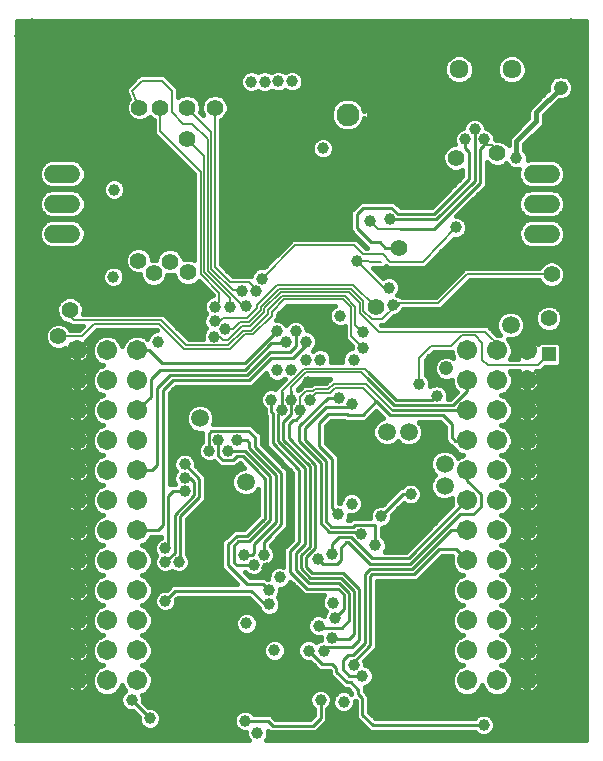
<source format=gbl>
G75*
G70*
%OFA0B0*%
%FSLAX24Y24*%
%IPPOS*%
%LPD*%
%AMOC8*
5,1,8,0,0,1.08239X$1,22.5*
%
%ADD10C,0.0673*%
%ADD11C,0.0551*%
%ADD12C,0.0760*%
%ADD13C,0.0634*%
%ADD14C,0.0600*%
%ADD15C,0.0390*%
%ADD16C,0.0100*%
%ADD17C,0.0060*%
%ADD18C,0.0594*%
%ADD19C,0.1181*%
%ADD20C,0.0240*%
%ADD21C,0.0060*%
%ADD22R,0.0390X0.0390*%
%ADD23C,0.0160*%
%ADD24C,0.0476*%
%ADD25R,0.0476X0.0476*%
D10*
X005198Y007700D03*
X005198Y008700D03*
X005198Y009700D03*
X005198Y010700D03*
X005198Y011700D03*
X005198Y012700D03*
X005198Y013700D03*
X005198Y014700D03*
X005198Y015700D03*
X005198Y016700D03*
X005198Y017700D03*
X005198Y018700D03*
X006198Y018700D03*
X006198Y017700D03*
X006198Y016700D03*
X006198Y015700D03*
X006198Y014700D03*
X006198Y013700D03*
X006198Y012700D03*
X006198Y011700D03*
X006198Y010700D03*
X006198Y009700D03*
X006198Y008700D03*
X006198Y007700D03*
X007201Y007700D03*
X007201Y008700D03*
X007201Y009700D03*
X007201Y010700D03*
X007201Y011700D03*
X007201Y012700D03*
X007201Y013700D03*
X007201Y014700D03*
X007201Y015700D03*
X007201Y016700D03*
X007201Y017700D03*
X007201Y018700D03*
X018198Y018697D03*
X018198Y017697D03*
X018198Y016697D03*
X018198Y015697D03*
X018198Y014697D03*
X018198Y013697D03*
X018198Y012697D03*
X018198Y011697D03*
X018198Y010697D03*
X018198Y009697D03*
X018198Y008697D03*
X018198Y007697D03*
X019199Y007699D03*
X019199Y008699D03*
X019199Y009699D03*
X019199Y010699D03*
X019199Y011699D03*
X019199Y012699D03*
X019199Y013699D03*
X019199Y014699D03*
X019199Y015699D03*
X019199Y016699D03*
X019199Y017699D03*
X019199Y018699D03*
X020199Y018699D03*
X020199Y017699D03*
X020199Y016699D03*
X020199Y015699D03*
X020199Y014699D03*
X020199Y013699D03*
X020199Y012699D03*
X020199Y011699D03*
X020199Y010699D03*
X020199Y009699D03*
X020199Y008699D03*
X020199Y007699D03*
D11*
X020921Y019771D03*
X021011Y021241D03*
X019206Y025269D03*
X017832Y025118D03*
X015941Y022111D03*
X015146Y020135D03*
X009791Y026791D03*
X008861Y026791D03*
X007961Y026791D03*
X007271Y026791D03*
X008861Y025741D03*
X008291Y021661D03*
X007751Y021271D03*
X007241Y021691D03*
X008891Y021301D03*
X004961Y020041D03*
X004571Y019171D03*
D12*
X014214Y026560D03*
X015214Y026560D03*
D13*
X017929Y028072D03*
X019681Y028072D03*
D14*
X020381Y024591D02*
X020981Y024591D01*
X020981Y023591D02*
X020381Y023591D01*
X020381Y022591D02*
X020981Y022591D01*
X005001Y022591D02*
X004401Y022591D01*
X004401Y023591D02*
X005001Y023591D01*
X005001Y024591D02*
X004401Y024591D01*
D15*
X006431Y024061D03*
X007241Y021691D03*
X007751Y021271D03*
X008291Y021661D03*
X008891Y021301D03*
X009791Y020161D03*
X009781Y019681D03*
X010141Y019411D03*
X009761Y019161D03*
X010301Y020161D03*
X010811Y020191D03*
X010691Y020671D03*
X011171Y020671D03*
X011351Y021091D03*
X011854Y019344D03*
X012169Y018990D03*
X012484Y019344D03*
X012819Y018990D03*
X012821Y018391D03*
X013301Y018391D03*
X012907Y017653D03*
X012957Y017031D03*
X012642Y016706D03*
X012327Y017061D03*
X012012Y016706D03*
X011677Y017061D03*
X011861Y018031D03*
X012311Y018061D03*
X013401Y019427D03*
X013961Y019861D03*
X014728Y019305D03*
X014724Y018765D03*
X014411Y018391D03*
X013941Y017120D03*
X014374Y016903D03*
X016401Y015309D03*
X016323Y013911D03*
X017071Y013261D03*
X015319Y013163D03*
X014669Y012572D03*
X015142Y012198D03*
X014351Y013591D03*
X013897Y013230D03*
X013685Y011903D03*
X013232Y011746D03*
X013721Y010291D03*
X013783Y009777D03*
X013252Y009521D03*
X013705Y009128D03*
X013429Y008694D03*
X012917Y008694D03*
X012327Y009049D03*
X011771Y008701D03*
X010841Y009601D03*
X010693Y010269D03*
X011598Y010230D03*
X011579Y010702D03*
X011951Y011131D03*
X011539Y011431D03*
X011421Y011883D03*
X011086Y011549D03*
X010752Y011883D03*
X008783Y014009D03*
X008783Y014462D03*
X008783Y014915D03*
X008960Y015801D03*
X009590Y015348D03*
X009905Y015702D03*
X010220Y015348D03*
X010535Y015702D03*
X007901Y018991D03*
X006401Y021151D03*
X005081Y021211D03*
X004961Y020041D03*
X004571Y019171D03*
X008861Y025741D03*
X008861Y026791D03*
X007961Y026791D03*
X007271Y026791D03*
X009791Y026791D03*
X011001Y027661D03*
X011451Y027661D03*
X011901Y027671D03*
X012361Y027671D03*
X013391Y025441D03*
X014966Y023026D03*
X015614Y023065D03*
X015941Y022111D03*
X015581Y020791D03*
X015716Y020216D03*
X015146Y020135D03*
X014531Y021691D03*
X013061Y022651D03*
X016992Y018399D03*
X016992Y017868D03*
X016601Y017581D03*
X017181Y017191D03*
X017799Y019994D03*
X019331Y022261D03*
X019121Y023881D03*
X019841Y025111D03*
X019206Y025269D03*
X018764Y025738D03*
X018449Y026072D03*
X018134Y025738D03*
X017831Y022801D03*
X021011Y021241D03*
X020921Y019771D03*
X016697Y010958D03*
X016106Y010033D03*
X014709Y007848D03*
X014413Y008202D03*
X014081Y006991D03*
X013311Y007041D03*
X011201Y005941D03*
X010791Y006352D03*
X007622Y006431D03*
X007012Y007041D03*
X008134Y010348D03*
X008134Y011647D03*
X008586Y011647D03*
X008134Y012100D03*
X015811Y007218D03*
X018744Y006214D03*
D16*
X015358Y006200D01*
X015057Y006200D01*
X014709Y006549D01*
X014709Y007100D01*
X014571Y007238D01*
X014571Y007376D01*
X014315Y007631D01*
X014197Y007631D01*
X013842Y007986D01*
X013842Y008104D01*
X013705Y008242D01*
X013370Y008242D01*
X012917Y008694D01*
X012464Y008813D02*
X012327Y009049D01*
X011815Y009561D01*
X011598Y010230D02*
X011460Y010230D01*
X011008Y010683D01*
X008468Y010683D01*
X008134Y010348D01*
X008134Y010289D01*
X008134Y011647D02*
X008449Y011962D01*
X008449Y013222D01*
X009098Y013872D01*
X009098Y014324D01*
X008960Y014462D01*
X008783Y014462D01*
X008783Y014009D02*
X008390Y014009D01*
X008232Y013852D01*
X008232Y012198D01*
X008134Y012100D01*
X007897Y012710D02*
X007394Y012710D01*
X007212Y012710D01*
X007897Y012710D02*
X008055Y012868D01*
X008055Y017371D01*
X008385Y017701D01*
X010919Y017701D01*
X011677Y018458D01*
X012386Y018458D01*
X012819Y018891D01*
X012819Y018990D01*
X012819Y018970D01*
X012484Y018832D02*
X012484Y019344D01*
X012484Y018832D02*
X012307Y018655D01*
X011638Y018655D01*
X010863Y017881D01*
X008291Y017881D01*
X007858Y017448D01*
X007858Y014876D01*
X007701Y014718D01*
X007220Y014718D01*
X007201Y014700D01*
X008783Y014915D02*
X009275Y014423D01*
X009275Y013813D01*
X008626Y013163D01*
X008626Y011687D01*
X008586Y011647D01*
X010035Y009982D02*
X010457Y009561D01*
X010870Y010899D02*
X011382Y010899D01*
X011579Y010702D01*
X011500Y010702D01*
X011067Y011529D02*
X011086Y011549D01*
X011067Y011529D02*
X010516Y011529D01*
X010417Y011628D01*
X010417Y012179D01*
X010575Y012336D01*
X010929Y012336D01*
X011638Y013045D01*
X011638Y014502D01*
X010791Y015348D01*
X010220Y015348D01*
X010516Y015171D02*
X010378Y015033D01*
X010063Y015033D01*
X009905Y015191D01*
X009905Y015702D01*
X009590Y015919D02*
X009669Y016017D01*
X010909Y016017D01*
X011126Y015801D01*
X011126Y015486D01*
X011992Y014620D01*
X011992Y012907D01*
X011579Y012494D01*
X011618Y012513D01*
X011421Y012317D01*
X011421Y011883D01*
X011086Y011943D02*
X011086Y012238D01*
X011815Y012966D01*
X011815Y014561D01*
X010929Y015446D01*
X010929Y015624D01*
X010850Y015702D01*
X010535Y015702D01*
X010516Y015171D02*
X010712Y015171D01*
X011187Y014696D01*
X011460Y014423D01*
X011460Y013104D01*
X011382Y013025D01*
X011382Y013045D01*
X010850Y012513D01*
X010516Y012513D01*
X010240Y012238D01*
X010240Y011529D01*
X010870Y010899D01*
X010752Y011883D02*
X011027Y011883D01*
X011086Y011943D01*
X012307Y012002D02*
X012307Y011313D01*
X012858Y010761D01*
X013882Y010761D01*
X014079Y010565D01*
X014079Y010072D01*
X013783Y009777D01*
X014020Y009462D02*
X013311Y009462D01*
X013252Y009521D01*
X013212Y009482D01*
X013646Y009069D02*
X013705Y009128D01*
X013744Y009088D01*
X014256Y009088D01*
X014413Y009246D01*
X014433Y009246D01*
X014433Y010683D01*
X014000Y011116D01*
X012976Y011116D01*
X012661Y011431D01*
X012661Y011864D01*
X012957Y012159D01*
X012957Y014836D01*
X012071Y015722D01*
X012071Y016313D01*
X012327Y016569D01*
X012327Y017061D01*
X012327Y017336D01*
X012012Y017297D02*
X012012Y016706D01*
X011894Y016588D01*
X011894Y015663D01*
X012779Y014777D01*
X012779Y012238D01*
X012484Y011943D01*
X012484Y011372D01*
X012917Y010939D01*
X013941Y010939D01*
X014256Y010624D01*
X014256Y009698D01*
X014020Y009462D01*
X014354Y009167D02*
X014433Y009246D01*
X014610Y009049D02*
X014374Y008813D01*
X013547Y008813D01*
X013429Y008694D01*
X014059Y008380D02*
X014059Y008065D01*
X014275Y007848D01*
X014709Y007848D01*
X014413Y008202D02*
X014413Y008320D01*
X014964Y008872D01*
X014964Y011175D01*
X015023Y011234D01*
X016421Y011234D01*
X017268Y012080D01*
X017814Y012080D01*
X018198Y011697D01*
X018198Y012697D02*
X017648Y012697D01*
X016362Y011411D01*
X014945Y011411D01*
X014787Y011254D01*
X014787Y008950D01*
X014394Y008557D01*
X014236Y008557D01*
X014059Y008380D01*
X014610Y009049D02*
X014610Y010761D01*
X014059Y011293D01*
X013035Y011293D01*
X012838Y011490D01*
X012838Y011805D01*
X013134Y012100D01*
X013134Y014895D01*
X012248Y015781D01*
X012248Y016254D01*
X012386Y016391D01*
X012504Y016391D01*
X012642Y016529D01*
X012642Y016706D01*
X012602Y016194D02*
X013547Y017120D01*
X013941Y017120D01*
X014354Y016805D02*
X013488Y016805D01*
X012779Y016116D01*
X012779Y015722D01*
X013488Y015013D01*
X013488Y013006D01*
X013665Y012828D01*
X014394Y012828D01*
X014453Y012887D01*
X015122Y012887D01*
X015142Y012198D01*
X015023Y011765D02*
X016244Y011765D01*
X018175Y013697D01*
X018198Y013697D01*
X018646Y013478D02*
X018409Y013242D01*
X017957Y013242D01*
X016303Y011588D01*
X014945Y011588D01*
X014236Y012297D01*
X014177Y012297D01*
X014000Y012120D01*
X014000Y011706D01*
X013862Y011569D01*
X013409Y011569D01*
X013232Y011746D01*
X013685Y011903D02*
X013685Y012238D01*
X013921Y012474D01*
X014315Y012474D01*
X015023Y011765D01*
X014669Y012572D02*
X014590Y012651D01*
X013606Y012651D01*
X013311Y012946D01*
X013311Y014954D01*
X012602Y015663D01*
X012602Y016194D01*
X013264Y016285D02*
X013264Y015525D01*
X013697Y015092D01*
X013697Y013431D01*
X013897Y013230D01*
X012602Y012297D02*
X012307Y012002D01*
X012602Y012297D02*
X012602Y014718D01*
X011716Y015604D01*
X011716Y016608D01*
X011677Y016647D01*
X011677Y017061D01*
X011697Y017041D01*
X010807Y018061D02*
X007961Y018061D01*
X007661Y017761D01*
X007661Y017160D01*
X007201Y016700D01*
X008021Y018271D02*
X007592Y018700D01*
X007201Y018700D01*
X008021Y018271D02*
X010781Y018271D01*
X011854Y019344D01*
X011677Y018931D02*
X010807Y018061D01*
X011677Y018931D02*
X012110Y018931D01*
X012169Y018990D01*
X013311Y019088D02*
X013331Y019069D01*
X013311Y019088D02*
X013401Y019427D01*
X014905Y017966D02*
X015031Y017841D01*
X015831Y017041D01*
X017031Y017041D01*
X017181Y017191D01*
X017720Y016864D02*
X018198Y017341D01*
X018198Y017697D01*
X017720Y016864D02*
X015771Y016864D01*
X014846Y017789D01*
X015159Y017004D02*
X014712Y016557D01*
X014228Y016557D01*
X014193Y016592D01*
X013571Y016592D01*
X013264Y016285D01*
X014354Y016805D02*
X014374Y016903D01*
X015159Y017004D02*
X015634Y016529D01*
X017386Y016529D01*
X017681Y016234D01*
X017681Y015801D01*
X017799Y015683D01*
X018181Y015683D01*
X018184Y015683D01*
X018198Y014697D02*
X018198Y014359D01*
X018646Y013911D01*
X018646Y013478D01*
X016323Y013911D02*
X016047Y013911D01*
X015319Y013163D01*
X016106Y010033D02*
X016106Y009935D01*
X013311Y007041D02*
X013311Y006450D01*
X013055Y006194D01*
X011711Y006194D01*
X011553Y006352D01*
X010791Y006352D01*
X007622Y006431D02*
X007012Y007041D01*
X009590Y015348D02*
X009590Y015919D01*
X014985Y022317D02*
X014531Y022771D01*
X014531Y023251D01*
X014741Y023461D01*
X015671Y023461D01*
X015890Y023242D01*
X017110Y023242D01*
X018271Y024403D01*
X018271Y025324D01*
X018134Y025462D01*
X018134Y025738D01*
X018449Y026072D02*
X018449Y024344D01*
X017169Y023065D01*
X015614Y023065D01*
X015949Y022750D02*
X017090Y022750D01*
X018626Y024285D01*
X018626Y025403D01*
X018764Y025541D01*
X018764Y025738D01*
X019216Y025368D02*
X019206Y025269D01*
X017787Y027045D02*
X017787Y027108D01*
X017787Y027045D02*
X017764Y027041D01*
X015279Y022317D02*
X014985Y022317D01*
X015279Y022317D02*
X015476Y022120D01*
X015941Y022111D01*
X015911Y020281D02*
X015846Y020216D01*
X015716Y020216D01*
X015702Y016697D02*
X018198Y016697D01*
D17*
X018198Y015697D02*
X018181Y015691D01*
X018181Y015683D01*
X016601Y017581D02*
X016601Y018451D01*
X016991Y018841D01*
X017651Y018841D01*
X018011Y019201D01*
X018461Y019201D01*
X018701Y018961D01*
X018701Y018391D01*
X018881Y018211D01*
X020561Y018211D01*
X020921Y018571D01*
X019413Y018699D02*
X019199Y018699D01*
X019413Y018699D02*
X018791Y019321D01*
X015251Y019321D01*
X014621Y019951D01*
X014621Y020281D01*
X014261Y020641D01*
X011981Y020641D01*
X011441Y020101D01*
X011441Y019981D01*
X010961Y019501D01*
X010691Y019501D01*
X010241Y019051D01*
X010061Y019051D01*
X009951Y019161D01*
X009761Y019161D01*
X010141Y019411D02*
X010391Y019411D01*
X010631Y019651D01*
X010931Y019651D01*
X011321Y020041D01*
X011321Y020161D01*
X011921Y020761D01*
X014321Y020761D01*
X014741Y020341D01*
X014741Y020011D01*
X015011Y019741D01*
X015371Y019741D01*
X015911Y020281D01*
X017231Y020281D01*
X018191Y021241D01*
X021011Y021241D01*
X019391Y022231D02*
X019361Y022231D01*
X019331Y022261D01*
X017831Y022801D02*
X016721Y021661D01*
X015641Y021661D01*
X015401Y021901D01*
X014741Y021901D01*
X014441Y022201D01*
X012461Y022201D01*
X011351Y021091D01*
X011171Y020731D02*
X010931Y020971D01*
X010301Y020971D01*
X009791Y021481D01*
X009791Y026791D01*
X009671Y025981D02*
X008861Y026791D01*
X008351Y026641D02*
X008741Y026251D01*
X009041Y026251D01*
X009551Y025741D01*
X009551Y021361D01*
X010721Y020191D01*
X010811Y020191D01*
X010691Y020671D02*
X010661Y020701D01*
X010391Y020701D01*
X009671Y021421D01*
X009671Y025981D01*
X008861Y025741D02*
X009431Y025171D01*
X009431Y021301D01*
X010301Y020431D01*
X010301Y020161D01*
X009941Y020311D02*
X009941Y020611D01*
X009311Y021241D01*
X009311Y024661D01*
X007961Y026011D01*
X007961Y026791D01*
X008351Y026641D02*
X008351Y027361D01*
X008021Y027691D01*
X007361Y027691D01*
X007031Y027361D01*
X007271Y026791D01*
X011171Y020731D02*
X011171Y020671D01*
X011201Y020221D02*
X011861Y020881D01*
X014400Y020881D01*
X015146Y020135D01*
X014471Y020161D02*
X014471Y019562D01*
X014728Y019305D01*
X014321Y019169D02*
X014724Y018765D01*
X014321Y019169D02*
X014321Y020131D01*
X014051Y020401D01*
X012101Y020401D01*
X011681Y019981D01*
X011681Y019861D01*
X011051Y019231D01*
X010781Y019231D01*
X010301Y018751D01*
X008771Y018751D01*
X007931Y019591D01*
X005771Y019591D01*
X005351Y019171D01*
X004571Y019171D01*
X004541Y019201D01*
X005081Y019711D02*
X004961Y019831D01*
X004961Y020041D01*
X005081Y019711D02*
X007991Y019711D01*
X008831Y018871D01*
X010241Y018871D01*
X010721Y019351D01*
X010991Y019351D01*
X011561Y019921D01*
X011561Y020041D01*
X012041Y020521D01*
X014111Y020521D01*
X014471Y020161D01*
X015431Y020791D02*
X014531Y021691D01*
X015341Y021661D01*
X015431Y020791D02*
X015581Y020791D01*
X015242Y022750D02*
X014966Y023026D01*
X015242Y022750D02*
X015949Y022750D01*
X018764Y025541D02*
X019043Y025541D01*
X019216Y025368D01*
X014781Y018091D02*
X015031Y017841D01*
X014846Y017789D02*
X014665Y017971D01*
X012821Y017971D01*
X012327Y017476D01*
X012327Y017336D01*
X012012Y017341D02*
X012012Y017297D01*
X012012Y017341D02*
X012761Y018091D01*
X014781Y018091D01*
X014819Y017581D02*
X015702Y016697D01*
X015159Y017004D02*
X014728Y017435D01*
X013785Y017435D01*
X013631Y017281D01*
X013176Y017281D01*
X012957Y017031D01*
X013061Y017341D02*
X012821Y017341D01*
X012642Y017161D01*
X012642Y016706D01*
X013061Y017341D02*
X013121Y017401D01*
X013571Y017401D01*
X013751Y017581D01*
X014819Y017581D01*
X011201Y020101D02*
X011201Y020221D01*
X011201Y020101D02*
X010871Y019771D01*
X010061Y019771D01*
X009971Y019681D01*
X009781Y019681D01*
X009791Y020161D02*
X009941Y020311D01*
X007901Y018991D02*
X007871Y018931D01*
X007481Y020431D02*
X007481Y020461D01*
X011187Y014696D02*
X011181Y014691D01*
X007201Y011700D02*
X007181Y011691D01*
D18*
X009295Y016431D03*
X010815Y014317D03*
X015516Y015978D03*
X016244Y015978D03*
X017445Y014915D03*
X017445Y014187D03*
X019646Y019541D03*
X019657Y020620D03*
D19*
X021657Y029167D03*
X021657Y006214D03*
X003705Y006214D03*
X003705Y029167D03*
D20*
X017740Y019974D02*
X017799Y019994D01*
D21*
X019564Y020625D02*
X019564Y020627D01*
X019564Y020625D02*
X019657Y020620D01*
X015146Y020139D02*
X015130Y020155D01*
X015146Y020139D02*
X015146Y020135D01*
X014728Y019344D02*
X014728Y019305D01*
X007394Y012710D02*
X007386Y012702D01*
X007216Y012702D01*
X007214Y012700D01*
X007201Y012700D01*
D22*
X017764Y027041D03*
D23*
X003186Y029686D02*
X003186Y005696D01*
X010916Y005696D01*
X010883Y005728D01*
X010826Y005866D01*
X010826Y005977D01*
X010717Y005977D01*
X010579Y006034D01*
X010473Y006140D01*
X010416Y006277D01*
X010416Y006427D01*
X010473Y006564D01*
X010579Y006670D01*
X010717Y006727D01*
X010866Y006727D01*
X011004Y006670D01*
X011091Y006582D01*
X011458Y006582D01*
X011649Y006582D01*
X011806Y006424D01*
X012960Y006424D01*
X013081Y006546D01*
X013081Y006741D01*
X012993Y006829D01*
X012936Y006966D01*
X012936Y007116D01*
X012993Y007253D01*
X013098Y007359D01*
X013236Y007416D01*
X013385Y007416D01*
X013523Y007359D01*
X013629Y007253D01*
X013686Y007116D01*
X013686Y006966D01*
X013629Y006829D01*
X013541Y006741D01*
X013541Y006546D01*
X013541Y006355D01*
X013285Y006099D01*
X013150Y005964D01*
X011806Y005964D01*
X011616Y005964D01*
X011576Y006004D01*
X011576Y005866D01*
X011519Y005728D01*
X011486Y005696D01*
X022176Y005696D01*
X022176Y029686D01*
X003186Y029686D01*
X003186Y029606D02*
X022176Y029606D01*
X022176Y029448D02*
X003186Y029448D01*
X003186Y029289D02*
X022176Y029289D01*
X022176Y029131D02*
X003186Y029131D01*
X003186Y028972D02*
X022176Y028972D01*
X022176Y028814D02*
X003186Y028814D01*
X003186Y028655D02*
X022176Y028655D01*
X022176Y028496D02*
X019956Y028496D01*
X019962Y028494D02*
X019780Y028569D01*
X019582Y028569D01*
X019399Y028494D01*
X019260Y028354D01*
X019184Y028171D01*
X019184Y027974D01*
X019260Y027791D01*
X019399Y027651D01*
X019582Y027576D01*
X019780Y027576D01*
X019962Y027651D01*
X020102Y027791D01*
X020178Y027974D01*
X020178Y028171D01*
X020102Y028354D01*
X019962Y028494D01*
X020109Y028338D02*
X022176Y028338D01*
X022176Y028179D02*
X020174Y028179D01*
X020178Y028021D02*
X022176Y028021D01*
X022176Y027862D02*
X021410Y027862D01*
X021394Y027869D02*
X021228Y027869D01*
X021074Y027805D01*
X020956Y027687D01*
X020893Y027534D01*
X020893Y027400D01*
X020281Y026788D01*
X020241Y026692D01*
X020241Y026589D01*
X020241Y026448D01*
X019621Y025828D01*
X019581Y025732D01*
X019581Y025629D01*
X019581Y025538D01*
X019464Y025655D01*
X019296Y025725D01*
X019156Y025725D01*
X019139Y025742D01*
X019139Y025812D01*
X019081Y025950D01*
X018976Y026056D01*
X018838Y026113D01*
X018824Y026113D01*
X018824Y026147D01*
X018767Y026285D01*
X018661Y026390D01*
X018523Y026447D01*
X018374Y026447D01*
X018236Y026390D01*
X018131Y026285D01*
X018074Y026147D01*
X018074Y026113D01*
X018059Y026113D01*
X017921Y026056D01*
X017816Y025950D01*
X017759Y025812D01*
X017759Y025663D01*
X017796Y025574D01*
X017742Y025574D01*
X017574Y025504D01*
X017446Y025376D01*
X017377Y025209D01*
X017377Y025027D01*
X017446Y024860D01*
X017574Y024732D01*
X017742Y024662D01*
X017923Y024662D01*
X018041Y024712D01*
X018041Y024498D01*
X017015Y023472D01*
X015985Y023472D01*
X015766Y023691D01*
X015576Y023691D01*
X014646Y023691D01*
X014511Y023556D01*
X014301Y023346D01*
X014301Y023155D01*
X014301Y022675D01*
X014436Y022541D01*
X014866Y022111D01*
X014828Y022111D01*
X014528Y022411D01*
X014354Y022411D01*
X012374Y022411D01*
X012251Y022288D01*
X011428Y021464D01*
X011426Y021466D01*
X011276Y021466D01*
X011139Y021408D01*
X011033Y021303D01*
X010982Y021181D01*
X010388Y021181D01*
X010001Y021568D01*
X010001Y026384D01*
X010049Y026404D01*
X010177Y026532D01*
X010246Y026700D01*
X010246Y026881D01*
X010177Y027049D01*
X010049Y027177D01*
X009882Y027246D01*
X009700Y027246D01*
X009533Y027177D01*
X009405Y027049D01*
X009335Y026881D01*
X009335Y026700D01*
X009397Y026552D01*
X009297Y026652D01*
X009316Y026700D01*
X009316Y026881D01*
X009247Y027049D01*
X009119Y027177D01*
X008952Y027246D01*
X008770Y027246D01*
X008603Y027177D01*
X008561Y027135D01*
X008561Y027448D01*
X008438Y027571D01*
X008108Y027901D01*
X007934Y027901D01*
X007448Y027901D01*
X007274Y027901D01*
X006912Y027538D01*
X006869Y027520D01*
X006852Y027479D01*
X006821Y027448D01*
X006821Y027402D01*
X006804Y027359D01*
X006821Y027318D01*
X006821Y027274D01*
X006853Y027241D01*
X006920Y027084D01*
X006885Y027049D01*
X006815Y026881D01*
X006815Y026700D01*
X006885Y026532D01*
X007013Y026404D01*
X007180Y026335D01*
X007362Y026335D01*
X007529Y026404D01*
X007616Y026491D01*
X007703Y026404D01*
X007751Y026384D01*
X007751Y025924D01*
X007874Y025801D01*
X009101Y024574D01*
X009101Y021707D01*
X008982Y021756D01*
X008800Y021756D01*
X008746Y021734D01*
X008746Y021751D01*
X008677Y021919D01*
X008549Y022047D01*
X008382Y022116D01*
X008200Y022116D01*
X008033Y022047D01*
X007905Y021919D01*
X007835Y021751D01*
X007835Y021726D01*
X007696Y021726D01*
X007696Y021781D01*
X007627Y021949D01*
X007499Y022077D01*
X007332Y022146D01*
X007150Y022146D01*
X006983Y022077D01*
X006855Y021949D01*
X006785Y021781D01*
X006785Y021600D01*
X006855Y021432D01*
X006983Y021304D01*
X007150Y021235D01*
X007295Y021235D01*
X007295Y021180D01*
X007365Y021012D01*
X007493Y020884D01*
X007660Y020815D01*
X007842Y020815D01*
X008009Y020884D01*
X008137Y021012D01*
X008206Y021180D01*
X008206Y021205D01*
X008382Y021205D01*
X008435Y021227D01*
X008435Y021210D01*
X008505Y021042D01*
X008633Y020914D01*
X008800Y020845D01*
X008982Y020845D01*
X009149Y020914D01*
X009245Y021010D01*
X009719Y020536D01*
X009716Y020536D01*
X009579Y020478D01*
X009473Y020373D01*
X009416Y020235D01*
X009416Y020086D01*
X009473Y019948D01*
X009496Y019926D01*
X009463Y019893D01*
X009406Y019755D01*
X009406Y019606D01*
X009463Y019468D01*
X009501Y019431D01*
X009443Y019373D01*
X009386Y019235D01*
X009386Y019086D01*
X009388Y019081D01*
X008918Y019081D01*
X008201Y019798D01*
X008078Y019921D01*
X005404Y019921D01*
X005416Y019950D01*
X005416Y020131D01*
X005347Y020299D01*
X005219Y020427D01*
X005052Y020496D01*
X004870Y020496D01*
X004703Y020427D01*
X004575Y020299D01*
X004505Y020131D01*
X004505Y019950D01*
X004575Y019782D01*
X004703Y019654D01*
X004870Y019585D01*
X004910Y019585D01*
X004994Y019501D01*
X005168Y019501D01*
X005384Y019501D01*
X005264Y019381D01*
X004977Y019381D01*
X004957Y019429D01*
X004829Y019557D01*
X004662Y019626D01*
X004480Y019626D01*
X004313Y019557D01*
X004185Y019429D01*
X004115Y019261D01*
X004115Y019080D01*
X004185Y018912D01*
X004313Y018784D01*
X004480Y018715D01*
X004662Y018715D01*
X004787Y018767D01*
X004782Y018733D01*
X004782Y018728D01*
X005170Y018728D01*
X005170Y018671D01*
X005227Y018671D01*
X005227Y018283D01*
X005231Y018283D01*
X005296Y018294D01*
X005358Y018314D01*
X005417Y018344D01*
X005470Y018382D01*
X005516Y018428D01*
X005555Y018481D01*
X005584Y018540D01*
X005605Y018602D01*
X005615Y018667D01*
X005615Y018671D01*
X005227Y018671D01*
X005227Y018728D01*
X005615Y018728D01*
X005615Y018733D01*
X005605Y018797D01*
X005584Y018860D01*
X005555Y018918D01*
X005516Y018971D01*
X005482Y019005D01*
X005561Y019084D01*
X005858Y019381D01*
X007844Y019381D01*
X007859Y019366D01*
X007826Y019366D01*
X007689Y019308D01*
X007583Y019203D01*
X007538Y019094D01*
X007494Y019138D01*
X007304Y019216D01*
X007099Y019216D01*
X006909Y019138D01*
X006763Y018992D01*
X006700Y018839D01*
X006636Y018992D01*
X006491Y019138D01*
X006301Y019216D01*
X006096Y019216D01*
X005906Y019138D01*
X005761Y018992D01*
X005682Y018803D01*
X005682Y018597D01*
X005761Y018407D01*
X005906Y018262D01*
X006056Y018200D01*
X005906Y018138D01*
X005761Y017992D01*
X005682Y017803D01*
X005682Y017597D01*
X005761Y017407D01*
X005906Y017262D01*
X006056Y017200D01*
X005906Y017138D01*
X005761Y016992D01*
X005682Y016803D01*
X005682Y016597D01*
X005761Y016407D01*
X005906Y016262D01*
X006056Y016200D01*
X005906Y016138D01*
X005761Y015992D01*
X005682Y015803D01*
X005682Y015597D01*
X005761Y015407D01*
X005906Y015262D01*
X006056Y015200D01*
X005906Y015138D01*
X005761Y014992D01*
X005682Y014803D01*
X005682Y014597D01*
X005761Y014407D01*
X005906Y014262D01*
X006056Y014200D01*
X005906Y014138D01*
X005761Y013992D01*
X005682Y013803D01*
X005682Y013597D01*
X005761Y013407D01*
X005906Y013262D01*
X006056Y013200D01*
X005906Y013138D01*
X005761Y012992D01*
X005682Y012803D01*
X005682Y012597D01*
X005761Y012407D01*
X005906Y012262D01*
X006056Y012200D01*
X005906Y012138D01*
X005761Y011992D01*
X005682Y011803D01*
X005682Y011597D01*
X005761Y011407D01*
X005906Y011262D01*
X006056Y011200D01*
X005906Y011138D01*
X005761Y010992D01*
X005682Y010803D01*
X005682Y010597D01*
X005761Y010407D01*
X005906Y010262D01*
X006056Y010200D01*
X005906Y010138D01*
X005761Y009992D01*
X005682Y009803D01*
X005682Y009597D01*
X005761Y009407D01*
X005906Y009262D01*
X006056Y009200D01*
X005906Y009138D01*
X005761Y008992D01*
X005682Y008803D01*
X005682Y008597D01*
X005761Y008407D01*
X005906Y008262D01*
X006056Y008200D01*
X005906Y008138D01*
X005761Y007992D01*
X005682Y007803D01*
X005682Y007597D01*
X005761Y007407D01*
X005906Y007262D01*
X006096Y007183D01*
X006301Y007183D01*
X006491Y007262D01*
X006636Y007407D01*
X006700Y007561D01*
X006763Y007407D01*
X006808Y007363D01*
X006799Y007359D01*
X006694Y007253D01*
X006637Y007116D01*
X006637Y006966D01*
X006694Y006829D01*
X006799Y006723D01*
X006937Y006666D01*
X007061Y006666D01*
X007247Y006480D01*
X007247Y006356D01*
X007304Y006218D01*
X007409Y006113D01*
X007547Y006056D01*
X007696Y006056D01*
X007834Y006113D01*
X007940Y006218D01*
X007997Y006356D01*
X007997Y006505D01*
X007940Y006643D01*
X007834Y006749D01*
X007696Y006806D01*
X007572Y006806D01*
X007387Y006991D01*
X007387Y007116D01*
X007351Y007203D01*
X007494Y007262D01*
X007639Y007407D01*
X007718Y007597D01*
X007718Y007803D01*
X007639Y007992D01*
X007494Y008138D01*
X007344Y008200D01*
X007494Y008262D01*
X007639Y008407D01*
X007718Y008597D01*
X007718Y008803D01*
X007639Y008992D01*
X007494Y009138D01*
X007344Y009200D01*
X007494Y009262D01*
X007639Y009407D01*
X007718Y009597D01*
X007718Y009803D01*
X007639Y009992D01*
X007494Y010138D01*
X007344Y010200D01*
X007494Y010262D01*
X007639Y010407D01*
X007718Y010597D01*
X007718Y010803D01*
X007639Y010992D01*
X007494Y011138D01*
X007344Y011200D01*
X007494Y011262D01*
X007639Y011407D01*
X007718Y011597D01*
X007718Y011803D01*
X007639Y011992D01*
X007494Y012138D01*
X007344Y012200D01*
X007494Y012262D01*
X007639Y012407D01*
X007669Y012480D01*
X007993Y012480D01*
X008002Y012490D01*
X008002Y012451D01*
X007921Y012418D01*
X007816Y012312D01*
X007759Y012175D01*
X007759Y012025D01*
X007816Y011888D01*
X007830Y011874D01*
X007816Y011860D01*
X007759Y011722D01*
X007759Y011573D01*
X007816Y011435D01*
X007921Y011329D01*
X008059Y011272D01*
X008208Y011272D01*
X008346Y011329D01*
X008360Y011343D01*
X008374Y011329D01*
X008512Y011272D01*
X008661Y011272D01*
X008799Y011329D01*
X008904Y011435D01*
X008961Y011573D01*
X008961Y011722D01*
X008904Y011860D01*
X008856Y011908D01*
X008856Y013068D01*
X009505Y013717D01*
X009505Y013908D01*
X009505Y014518D01*
X009371Y014653D01*
X009158Y014865D01*
X009158Y014990D01*
X009101Y015127D01*
X008996Y015233D01*
X008858Y015290D01*
X008709Y015290D01*
X008571Y015233D01*
X008465Y015127D01*
X008408Y014990D01*
X008408Y014840D01*
X008465Y014703D01*
X008285Y014703D01*
X008285Y014545D02*
X008412Y014545D01*
X008408Y014537D02*
X008408Y014388D01*
X008465Y014250D01*
X008476Y014239D01*
X008294Y014239D01*
X008285Y014230D01*
X008285Y017275D01*
X008480Y017471D01*
X011015Y017471D01*
X011149Y017605D01*
X011490Y017946D01*
X011543Y017818D01*
X011649Y017713D01*
X011786Y017656D01*
X011936Y017656D01*
X012073Y017713D01*
X012102Y017741D01*
X012111Y017737D01*
X011802Y017428D01*
X011802Y017415D01*
X011752Y017436D01*
X011602Y017436D01*
X011465Y017379D01*
X011359Y017273D01*
X011302Y017135D01*
X011302Y016986D01*
X011359Y016848D01*
X011447Y016760D01*
X011447Y016552D01*
X011486Y016513D01*
X011486Y015509D01*
X011621Y015374D01*
X012372Y014623D01*
X012372Y012392D01*
X012212Y012232D01*
X012212Y012232D01*
X012077Y012097D01*
X012077Y011484D01*
X012026Y011506D01*
X011876Y011506D01*
X011739Y011448D01*
X011633Y011343D01*
X011576Y011205D01*
X011576Y011077D01*
X011529Y011077D01*
X011477Y011129D01*
X011286Y011129D01*
X010965Y011129D01*
X010795Y011299D01*
X010806Y011299D01*
X010874Y011231D01*
X011012Y011174D01*
X011161Y011174D01*
X011299Y011231D01*
X011404Y011336D01*
X011461Y011474D01*
X011461Y011508D01*
X011496Y011508D01*
X011634Y011566D01*
X011739Y011671D01*
X011796Y011809D01*
X011796Y011958D01*
X011739Y012096D01*
X011651Y012184D01*
X011651Y012221D01*
X011754Y012324D01*
X011806Y012350D01*
X011819Y012389D01*
X011848Y012418D01*
X011848Y012438D01*
X012222Y012812D01*
X012222Y013002D01*
X012222Y014715D01*
X012087Y014850D01*
X011356Y015581D01*
X011356Y015706D01*
X011356Y015896D01*
X011139Y016113D01*
X011005Y016247D01*
X009750Y016247D01*
X009739Y016256D01*
X009772Y016336D01*
X009772Y016526D01*
X009700Y016701D01*
X009565Y016835D01*
X009390Y016908D01*
X009200Y016908D01*
X009025Y016835D01*
X008891Y016701D01*
X008818Y016526D01*
X008818Y016336D01*
X008891Y016160D01*
X009025Y016026D01*
X009200Y015954D01*
X009355Y015954D01*
X009360Y015906D01*
X009360Y015648D01*
X009272Y015560D01*
X009215Y015423D01*
X009215Y015273D01*
X009272Y015136D01*
X009378Y015030D01*
X009516Y014973D01*
X009665Y014973D01*
X009759Y015012D01*
X009833Y014938D01*
X009968Y014803D01*
X010283Y014803D01*
X010473Y014803D01*
X010611Y014941D01*
X010617Y014941D01*
X010764Y014794D01*
X010720Y014794D01*
X010544Y014721D01*
X010410Y014587D01*
X010338Y014411D01*
X010338Y014222D01*
X010410Y014046D01*
X010544Y013912D01*
X010720Y013839D01*
X010910Y013839D01*
X011085Y013912D01*
X011219Y014046D01*
X011230Y014073D01*
X011230Y013219D01*
X010755Y012743D01*
X010611Y012743D01*
X010420Y012743D01*
X010010Y012333D01*
X010010Y012143D01*
X010010Y011624D01*
X010010Y011434D01*
X010531Y010913D01*
X008564Y010913D01*
X008373Y010913D01*
X008183Y010723D01*
X008059Y010723D01*
X007921Y010666D01*
X007816Y010560D01*
X007759Y010423D01*
X007759Y010273D01*
X007816Y010136D01*
X007921Y010030D01*
X008059Y009973D01*
X008208Y009973D01*
X008346Y010030D01*
X008452Y010136D01*
X008509Y010273D01*
X008509Y010398D01*
X008564Y010453D01*
X010912Y010453D01*
X011230Y010135D01*
X011233Y010132D01*
X011280Y010017D01*
X011386Y009912D01*
X011524Y009855D01*
X011673Y009855D01*
X011811Y009912D01*
X011916Y010017D01*
X011973Y010155D01*
X011973Y010304D01*
X011916Y010442D01*
X011882Y010476D01*
X011896Y010490D01*
X011954Y010628D01*
X011954Y010756D01*
X012026Y010756D01*
X012163Y010813D01*
X012269Y010918D01*
X012300Y010994D01*
X012628Y010666D01*
X012763Y010531D01*
X013432Y010531D01*
X013403Y010503D01*
X013346Y010365D01*
X013346Y010216D01*
X013403Y010078D01*
X013479Y010003D01*
X013465Y009990D01*
X013412Y009861D01*
X013326Y009896D01*
X013177Y009896D01*
X013039Y009839D01*
X012934Y009734D01*
X012877Y009596D01*
X012877Y009447D01*
X012934Y009309D01*
X013039Y009203D01*
X013177Y009146D01*
X013326Y009146D01*
X013330Y009148D01*
X013330Y009059D01*
X013217Y009012D01*
X013173Y008969D01*
X013130Y009012D01*
X012992Y009069D01*
X012843Y009069D01*
X012705Y009012D01*
X012599Y008907D01*
X012542Y008769D01*
X012542Y008620D01*
X012599Y008482D01*
X012705Y008377D01*
X012843Y008319D01*
X012967Y008319D01*
X013140Y008146D01*
X013275Y008012D01*
X013609Y008012D01*
X013612Y008009D01*
X013612Y007891D01*
X013967Y007536D01*
X014101Y007401D01*
X014220Y007401D01*
X014341Y007280D01*
X014341Y007261D01*
X014293Y007308D01*
X014156Y007366D01*
X014006Y007366D01*
X013869Y007308D01*
X013763Y007203D01*
X013706Y007065D01*
X013706Y006916D01*
X013763Y006778D01*
X013869Y006673D01*
X014006Y006616D01*
X014156Y006616D01*
X014293Y006673D01*
X014399Y006778D01*
X014456Y006916D01*
X014456Y007027D01*
X014479Y007005D01*
X014479Y006644D01*
X014479Y006454D01*
X014827Y006105D01*
X014962Y005970D01*
X015263Y005970D01*
X015264Y005970D01*
X015362Y005970D01*
X015453Y005970D01*
X015454Y005971D01*
X018445Y005983D01*
X018531Y005896D01*
X018669Y005839D01*
X018819Y005839D01*
X018956Y005896D01*
X019062Y006002D01*
X019119Y006140D01*
X019119Y006289D01*
X019062Y006427D01*
X018956Y006532D01*
X018819Y006589D01*
X018669Y006589D01*
X018531Y006532D01*
X018442Y006443D01*
X015356Y006430D01*
X015152Y006430D01*
X014938Y006644D01*
X014938Y007195D01*
X014804Y007330D01*
X014801Y007333D01*
X014801Y007471D01*
X014794Y007478D01*
X014921Y007530D01*
X015026Y007636D01*
X015083Y007773D01*
X015083Y007923D01*
X015026Y008060D01*
X014921Y008166D01*
X014788Y008221D01*
X014788Y008277D01*
X014761Y008343D01*
X015060Y008642D01*
X015194Y008776D01*
X015194Y011004D01*
X016326Y011004D01*
X016516Y011004D01*
X017363Y011850D01*
X017702Y011850D01*
X017681Y011799D01*
X017681Y011594D01*
X017760Y011404D01*
X017905Y011259D01*
X018055Y011197D01*
X017905Y011134D01*
X017760Y010989D01*
X017681Y010799D01*
X017681Y010594D01*
X017760Y010404D01*
X017905Y010259D01*
X018055Y010197D01*
X017905Y010134D01*
X017760Y009989D01*
X017681Y009799D01*
X017681Y009594D01*
X017760Y009404D01*
X017905Y009259D01*
X018055Y009197D01*
X017905Y009134D01*
X017760Y008989D01*
X017681Y008799D01*
X017681Y008594D01*
X017760Y008404D01*
X017905Y008259D01*
X018055Y008197D01*
X017905Y008134D01*
X017760Y007989D01*
X017681Y007799D01*
X017681Y007594D01*
X017760Y007404D01*
X017905Y007259D01*
X018095Y007180D01*
X018301Y007180D01*
X018490Y007259D01*
X018636Y007404D01*
X018699Y007556D01*
X018761Y007406D01*
X018906Y007261D01*
X019096Y007182D01*
X019301Y007182D01*
X019491Y007261D01*
X019636Y007406D01*
X019715Y007596D01*
X019715Y007802D01*
X019636Y007991D01*
X019491Y008137D01*
X019341Y008199D01*
X019491Y008261D01*
X019636Y008406D01*
X019715Y008596D01*
X019715Y008802D01*
X019636Y008991D01*
X019491Y009137D01*
X019341Y009199D01*
X019491Y009261D01*
X019636Y009406D01*
X019715Y009596D01*
X019715Y009802D01*
X019636Y009991D01*
X019491Y010137D01*
X019341Y010199D01*
X019491Y010261D01*
X019636Y010406D01*
X019715Y010596D01*
X019715Y010802D01*
X019636Y010991D01*
X019491Y011137D01*
X019341Y011199D01*
X019491Y011261D01*
X019636Y011406D01*
X019715Y011596D01*
X019715Y011802D01*
X019636Y011991D01*
X019491Y012137D01*
X019341Y012199D01*
X019491Y012261D01*
X019636Y012406D01*
X019715Y012596D01*
X019715Y012802D01*
X019636Y012991D01*
X019491Y013137D01*
X019341Y013199D01*
X019491Y013261D01*
X019636Y013406D01*
X019715Y013596D01*
X019715Y013802D01*
X019636Y013991D01*
X019491Y014137D01*
X019341Y014199D01*
X019491Y014261D01*
X019636Y014406D01*
X019715Y014596D01*
X019715Y014802D01*
X019636Y014991D01*
X019491Y015137D01*
X019341Y015199D01*
X019491Y015261D01*
X019636Y015406D01*
X019715Y015596D01*
X019715Y015802D01*
X019636Y015991D01*
X019491Y016137D01*
X019341Y016199D01*
X019491Y016261D01*
X019636Y016406D01*
X019715Y016596D01*
X019715Y016802D01*
X019636Y016991D01*
X019491Y017137D01*
X019341Y017199D01*
X019491Y017261D01*
X019636Y017406D01*
X019715Y017596D01*
X019715Y017802D01*
X019636Y017991D01*
X019627Y018001D01*
X019911Y018001D01*
X019881Y017970D01*
X019842Y017917D01*
X019813Y017859D01*
X019792Y017796D01*
X019782Y017732D01*
X019782Y017727D01*
X020170Y017727D01*
X020170Y017670D01*
X020227Y017670D01*
X020227Y017282D01*
X020231Y017282D01*
X020296Y017293D01*
X020359Y017313D01*
X020417Y017343D01*
X020470Y017381D01*
X020516Y017427D01*
X020555Y017480D01*
X020585Y017539D01*
X020605Y017601D01*
X020615Y017666D01*
X020615Y017670D01*
X020227Y017670D01*
X020227Y017727D01*
X020615Y017727D01*
X020615Y017732D01*
X020605Y017796D01*
X020585Y017859D01*
X020555Y017917D01*
X020516Y017970D01*
X020486Y018001D01*
X020648Y018001D01*
X020800Y018152D01*
X021234Y018152D01*
X021339Y018258D01*
X021339Y018883D01*
X021234Y018989D01*
X020608Y018989D01*
X020547Y018928D01*
X020516Y018970D01*
X020470Y019016D01*
X020417Y019055D01*
X020359Y019085D01*
X020296Y019105D01*
X020231Y019115D01*
X020227Y019115D01*
X020227Y018727D01*
X020170Y018727D01*
X020170Y018670D01*
X019782Y018670D01*
X019782Y018666D01*
X019792Y018601D01*
X019813Y018539D01*
X019842Y018480D01*
X019881Y018427D01*
X019888Y018421D01*
X019642Y018421D01*
X019715Y018596D01*
X019715Y018802D01*
X019636Y018991D01*
X019564Y019064D01*
X019740Y019064D01*
X019916Y019136D01*
X020050Y019271D01*
X020123Y019446D01*
X020123Y019636D01*
X020050Y019811D01*
X019916Y019945D01*
X019740Y020018D01*
X019551Y020018D01*
X019375Y019945D01*
X019241Y019811D01*
X019168Y019636D01*
X019168Y019446D01*
X019241Y019271D01*
X019296Y019215D01*
X019193Y019215D01*
X018878Y019531D01*
X018704Y019531D01*
X015338Y019531D01*
X015458Y019531D01*
X015768Y019841D01*
X015790Y019841D01*
X015928Y019898D01*
X016034Y020003D01*
X016062Y020071D01*
X017144Y020071D01*
X017318Y020071D01*
X018278Y021031D01*
X020605Y021031D01*
X020625Y020982D01*
X020753Y020854D01*
X020920Y020785D01*
X021102Y020785D01*
X021269Y020854D01*
X021397Y020982D01*
X021466Y021150D01*
X021466Y021331D01*
X021397Y021499D01*
X021269Y021627D01*
X021102Y021696D01*
X020920Y021696D01*
X020753Y021627D01*
X020625Y021499D01*
X020605Y021451D01*
X018104Y021451D01*
X017981Y021328D01*
X017144Y020491D01*
X016026Y020491D01*
X016006Y020511D01*
X015951Y020511D01*
X015928Y020534D01*
X015876Y020555D01*
X015899Y020578D01*
X015956Y020716D01*
X015956Y020865D01*
X015899Y021003D01*
X015793Y021108D01*
X015656Y021166D01*
X015506Y021166D01*
X015398Y021121D01*
X015057Y021461D01*
X015420Y021447D01*
X015491Y021513D01*
X015554Y021451D01*
X016636Y021451D01*
X016637Y021449D01*
X016722Y021451D01*
X016808Y021451D01*
X016809Y021452D01*
X016811Y021452D01*
X016870Y021513D01*
X016931Y021574D01*
X016931Y021575D01*
X017759Y022426D01*
X017906Y022426D01*
X018043Y022483D01*
X018149Y022588D01*
X018206Y022726D01*
X018206Y022875D01*
X018149Y023013D01*
X018043Y023118D01*
X017906Y023176D01*
X017841Y023176D01*
X018856Y024190D01*
X018856Y024380D01*
X018856Y024975D01*
X018947Y024883D01*
X019115Y024814D01*
X019296Y024814D01*
X019464Y024883D01*
X019510Y024930D01*
X019523Y024898D01*
X019629Y024793D01*
X019766Y024736D01*
X019916Y024736D01*
X019923Y024739D01*
X019901Y024686D01*
X019901Y024495D01*
X019974Y024319D01*
X020109Y024184D01*
X020285Y024111D01*
X021076Y024111D01*
X021253Y024184D01*
X021388Y024319D01*
X021461Y024495D01*
X021461Y024686D01*
X021388Y024862D01*
X021253Y024997D01*
X021076Y025071D01*
X020285Y025071D01*
X020216Y025042D01*
X020216Y025185D01*
X020159Y025323D01*
X020101Y025381D01*
X020101Y025573D01*
X020648Y026120D01*
X020721Y026193D01*
X020761Y026289D01*
X020761Y026533D01*
X021261Y027032D01*
X021394Y027032D01*
X021548Y027096D01*
X021665Y027214D01*
X021729Y027367D01*
X021729Y027534D01*
X021665Y027687D01*
X021548Y027805D01*
X021394Y027869D01*
X021212Y027862D02*
X020132Y027862D01*
X020015Y027704D02*
X020973Y027704D01*
X020898Y027545D02*
X012715Y027545D01*
X012736Y027596D02*
X012679Y027458D01*
X012573Y027353D01*
X012436Y027296D01*
X012286Y027296D01*
X012149Y027353D01*
X012131Y027370D01*
X012113Y027353D01*
X011976Y027296D01*
X011826Y027296D01*
X011689Y027353D01*
X011681Y027360D01*
X011663Y027343D01*
X011526Y027286D01*
X011376Y027286D01*
X011239Y027343D01*
X011226Y027355D01*
X011213Y027343D01*
X011076Y027286D01*
X010926Y027286D01*
X010789Y027343D01*
X010683Y027448D01*
X010626Y027586D01*
X010626Y027735D01*
X010683Y027873D01*
X010789Y027978D01*
X010926Y028036D01*
X011076Y028036D01*
X011213Y027978D01*
X011226Y027966D01*
X011239Y027978D01*
X011376Y028036D01*
X011526Y028036D01*
X011663Y027978D01*
X011671Y027971D01*
X011689Y027988D01*
X011826Y028046D01*
X011976Y028046D01*
X012113Y027988D01*
X012131Y027971D01*
X012149Y027988D01*
X012286Y028046D01*
X012436Y028046D01*
X012573Y027988D01*
X012679Y027883D01*
X012736Y027745D01*
X012736Y027596D01*
X012736Y027704D02*
X017595Y027704D01*
X017648Y027651D02*
X017830Y027576D01*
X018028Y027576D01*
X018210Y027651D01*
X018350Y027791D01*
X018426Y027974D01*
X018426Y028171D01*
X018350Y028354D01*
X018210Y028494D01*
X018028Y028569D01*
X017830Y028569D01*
X017648Y028494D01*
X017508Y028354D01*
X017432Y028171D01*
X017432Y027974D01*
X017508Y027791D01*
X017648Y027651D01*
X017478Y027862D02*
X012687Y027862D01*
X012495Y028021D02*
X017432Y028021D01*
X017435Y028179D02*
X003186Y028179D01*
X003186Y028021D02*
X010891Y028021D01*
X011111Y028021D02*
X011341Y028021D01*
X011561Y028021D02*
X011767Y028021D01*
X012035Y028021D02*
X012227Y028021D01*
X012607Y027387D02*
X020879Y027387D01*
X020721Y027228D02*
X009925Y027228D01*
X009657Y027228D02*
X008995Y027228D01*
X008727Y027228D02*
X008561Y027228D01*
X008561Y027387D02*
X010745Y027387D01*
X010643Y027545D02*
X008463Y027545D01*
X008305Y027704D02*
X010626Y027704D01*
X010679Y027862D02*
X008146Y027862D01*
X007236Y027862D02*
X003186Y027862D01*
X003186Y027704D02*
X007077Y027704D01*
X006919Y027545D02*
X003186Y027545D01*
X003186Y027387D02*
X006815Y027387D01*
X006859Y027228D02*
X003186Y027228D01*
X003186Y027070D02*
X006906Y027070D01*
X006828Y026911D02*
X003186Y026911D01*
X003186Y026752D02*
X006815Y026752D01*
X006859Y026594D02*
X003186Y026594D01*
X003186Y026435D02*
X006982Y026435D01*
X007560Y026435D02*
X007672Y026435D01*
X007751Y026277D02*
X003186Y026277D01*
X003186Y026118D02*
X007751Y026118D01*
X007751Y025960D02*
X003186Y025960D01*
X003186Y025801D02*
X007873Y025801D01*
X008032Y025643D02*
X003186Y025643D01*
X003186Y025484D02*
X008190Y025484D01*
X008349Y025326D02*
X003186Y025326D01*
X003186Y025167D02*
X008507Y025167D01*
X008666Y025008D02*
X005246Y025008D01*
X005273Y024997D02*
X005096Y025071D01*
X004305Y025071D01*
X004129Y024997D01*
X003994Y024862D01*
X003921Y024686D01*
X003921Y024495D01*
X003994Y024319D01*
X004129Y024184D01*
X004305Y024111D01*
X005096Y024111D01*
X005273Y024184D01*
X005408Y024319D01*
X005481Y024495D01*
X005481Y024686D01*
X005408Y024862D01*
X005273Y024997D01*
X005413Y024850D02*
X008825Y024850D01*
X008983Y024691D02*
X005479Y024691D01*
X005481Y024533D02*
X009101Y024533D01*
X009101Y024374D02*
X006647Y024374D01*
X006643Y024378D02*
X006506Y024436D01*
X006356Y024436D01*
X006219Y024378D01*
X006113Y024273D01*
X006056Y024135D01*
X006056Y023986D01*
X006113Y023848D01*
X006219Y023743D01*
X006356Y023686D01*
X006506Y023686D01*
X006643Y023743D01*
X006749Y023848D01*
X006806Y023986D01*
X006806Y024135D01*
X006749Y024273D01*
X006643Y024378D01*
X006773Y024216D02*
X009101Y024216D01*
X009101Y024057D02*
X006806Y024057D01*
X006770Y023899D02*
X009101Y023899D01*
X009101Y023740D02*
X006637Y023740D01*
X006225Y023740D02*
X005459Y023740D01*
X005481Y023686D02*
X005408Y023862D01*
X005273Y023997D01*
X005096Y024071D01*
X004305Y024071D01*
X004129Y023997D01*
X003994Y023862D01*
X003921Y023686D01*
X003921Y023495D01*
X003994Y023319D01*
X004129Y023184D01*
X004305Y023111D01*
X005096Y023111D01*
X005273Y023184D01*
X005408Y023319D01*
X005481Y023495D01*
X005481Y023686D01*
X005481Y023582D02*
X009101Y023582D01*
X009101Y023423D02*
X005451Y023423D01*
X005354Y023264D02*
X009101Y023264D01*
X009101Y023106D02*
X003186Y023106D01*
X003186Y023264D02*
X004048Y023264D01*
X003951Y023423D02*
X003186Y023423D01*
X003186Y023582D02*
X003921Y023582D01*
X003943Y023740D02*
X003186Y023740D01*
X003186Y023899D02*
X004030Y023899D01*
X004273Y024057D02*
X003186Y024057D01*
X003186Y024216D02*
X004097Y024216D01*
X003971Y024374D02*
X003186Y024374D01*
X003186Y024533D02*
X003921Y024533D01*
X003923Y024691D02*
X003186Y024691D01*
X003186Y024850D02*
X003989Y024850D01*
X004156Y025008D02*
X003186Y025008D01*
X004129Y022997D02*
X003994Y022862D01*
X003921Y022686D01*
X003921Y022495D01*
X003994Y022319D01*
X004129Y022184D01*
X004305Y022111D01*
X005096Y022111D01*
X005273Y022184D01*
X005408Y022319D01*
X005481Y022495D01*
X005481Y022686D01*
X005408Y022862D01*
X005273Y022997D01*
X005096Y023071D01*
X004305Y023071D01*
X004129Y022997D01*
X004079Y022947D02*
X003186Y022947D01*
X003186Y022789D02*
X003964Y022789D01*
X003921Y022630D02*
X003186Y022630D01*
X003186Y022472D02*
X003931Y022472D01*
X003999Y022313D02*
X003186Y022313D01*
X003186Y022155D02*
X004199Y022155D01*
X005021Y021211D02*
X005081Y021211D01*
X005235Y020411D02*
X009511Y020411D01*
X009423Y020252D02*
X005366Y020252D01*
X005416Y020094D02*
X009416Y020094D01*
X009486Y019935D02*
X005410Y019935D01*
X005343Y019459D02*
X004926Y019459D01*
X004791Y019618D02*
X004681Y019618D01*
X004581Y019777D02*
X003186Y019777D01*
X003186Y019935D02*
X004511Y019935D01*
X004505Y020094D02*
X003186Y020094D01*
X003186Y020252D02*
X004556Y020252D01*
X004687Y020411D02*
X003186Y020411D01*
X003186Y020569D02*
X009685Y020569D01*
X009527Y020728D02*
X003186Y020728D01*
X003186Y020886D02*
X006135Y020886D01*
X006083Y020938D02*
X006189Y020833D01*
X006326Y020776D01*
X006476Y020776D01*
X006613Y020833D01*
X006719Y020938D01*
X006776Y021076D01*
X006776Y021225D01*
X006719Y021363D01*
X006613Y021468D01*
X006476Y021526D01*
X006326Y021526D01*
X006189Y021468D01*
X006083Y021363D01*
X006026Y021225D01*
X006026Y021076D01*
X006083Y020938D01*
X006039Y021045D02*
X003186Y021045D01*
X003186Y021203D02*
X006026Y021203D01*
X006083Y021362D02*
X003186Y021362D01*
X003186Y021521D02*
X006314Y021521D01*
X006488Y021521D02*
X006818Y021521D01*
X006785Y021679D02*
X003186Y021679D01*
X003186Y021838D02*
X006809Y021838D01*
X006902Y021996D02*
X003186Y021996D01*
X003186Y019618D02*
X004461Y019618D01*
X004216Y019459D02*
X003186Y019459D01*
X003186Y019301D02*
X004132Y019301D01*
X004115Y019142D02*
X003186Y019142D01*
X003186Y018984D02*
X004155Y018984D01*
X004272Y018825D02*
X003186Y018825D01*
X003186Y018667D02*
X004782Y018667D01*
X004792Y018602D01*
X004812Y018540D01*
X004842Y018481D01*
X004881Y018428D01*
X004927Y018382D01*
X004980Y018344D01*
X005039Y018314D01*
X005101Y018294D01*
X005166Y018283D01*
X005170Y018283D01*
X005170Y018671D01*
X004782Y018671D01*
X004782Y018667D01*
X004829Y018508D02*
X003186Y018508D01*
X003186Y018350D02*
X004972Y018350D01*
X005170Y018350D02*
X005227Y018350D01*
X005227Y018508D02*
X005170Y018508D01*
X005170Y018667D02*
X005227Y018667D01*
X005425Y018350D02*
X005818Y018350D01*
X005719Y018508D02*
X005568Y018508D01*
X005615Y018667D02*
X005682Y018667D01*
X005691Y018825D02*
X005596Y018825D01*
X005503Y018984D02*
X005757Y018984D01*
X005620Y019142D02*
X005917Y019142D01*
X005778Y019301D02*
X007681Y019301D01*
X007558Y019142D02*
X007483Y019142D01*
X006920Y019142D02*
X006480Y019142D01*
X006640Y018984D02*
X006760Y018984D01*
X006035Y018191D02*
X003186Y018191D01*
X003186Y018033D02*
X004948Y018033D01*
X004927Y018018D02*
X004881Y017971D01*
X004842Y017918D01*
X004812Y017860D01*
X004792Y017797D01*
X004782Y017733D01*
X004782Y017728D01*
X005170Y017728D01*
X005170Y017671D01*
X005227Y017671D01*
X005227Y017283D01*
X005231Y017283D01*
X005296Y017294D01*
X005358Y017314D01*
X005417Y017344D01*
X005470Y017382D01*
X005516Y017428D01*
X005555Y017481D01*
X005584Y017540D01*
X005605Y017602D01*
X005615Y017667D01*
X005615Y017671D01*
X005227Y017671D01*
X005227Y017728D01*
X005615Y017728D01*
X005615Y017733D01*
X005605Y017797D01*
X005584Y017860D01*
X005555Y017918D01*
X005516Y017971D01*
X005470Y018018D01*
X005417Y018056D01*
X005358Y018086D01*
X005296Y018106D01*
X005231Y018116D01*
X005227Y018116D01*
X005227Y017728D01*
X005170Y017728D01*
X005170Y018116D01*
X005166Y018116D01*
X005101Y018106D01*
X005039Y018086D01*
X004980Y018056D01*
X004927Y018018D01*
X004820Y017874D02*
X003186Y017874D01*
X003186Y017715D02*
X005170Y017715D01*
X005170Y017671D02*
X004782Y017671D01*
X004782Y017667D01*
X004792Y017602D01*
X004812Y017540D01*
X004842Y017481D01*
X004881Y017428D01*
X004927Y017382D01*
X004980Y017344D01*
X005039Y017314D01*
X005101Y017294D01*
X005166Y017283D01*
X005170Y017283D01*
X005170Y017671D01*
X005227Y017715D02*
X005682Y017715D01*
X005699Y017557D02*
X005590Y017557D01*
X005486Y017398D02*
X005769Y017398D01*
X005959Y017240D02*
X003186Y017240D01*
X003186Y017398D02*
X004911Y017398D01*
X004807Y017557D02*
X003186Y017557D01*
X003186Y017081D02*
X005030Y017081D01*
X005039Y017086D02*
X004980Y017056D01*
X004927Y017018D01*
X004881Y016971D01*
X004842Y016918D01*
X004812Y016860D01*
X004792Y016797D01*
X004782Y016733D01*
X004782Y016728D01*
X005170Y016728D01*
X005170Y016671D01*
X005227Y016671D01*
X005227Y016283D01*
X005231Y016283D01*
X005296Y016294D01*
X005358Y016314D01*
X005417Y016344D01*
X005470Y016382D01*
X005516Y016428D01*
X005555Y016481D01*
X005584Y016540D01*
X005605Y016602D01*
X005615Y016667D01*
X005615Y016671D01*
X005227Y016671D01*
X005227Y016728D01*
X005615Y016728D01*
X005615Y016733D01*
X005605Y016797D01*
X005584Y016860D01*
X005555Y016918D01*
X005516Y016971D01*
X005470Y017018D01*
X005417Y017056D01*
X005358Y017086D01*
X005296Y017106D01*
X005231Y017116D01*
X005227Y017116D01*
X005227Y016728D01*
X005170Y016728D01*
X005170Y017116D01*
X005166Y017116D01*
X005101Y017106D01*
X005039Y017086D01*
X005170Y017081D02*
X005227Y017081D01*
X005367Y017081D02*
X005849Y017081D01*
X005732Y016923D02*
X005551Y016923D01*
X005610Y016764D02*
X005682Y016764D01*
X005682Y016606D02*
X005605Y016606D01*
X005530Y016447D02*
X005744Y016447D01*
X005879Y016289D02*
X005265Y016289D01*
X005227Y016289D02*
X005170Y016289D01*
X005170Y016283D02*
X005170Y016671D01*
X004782Y016671D01*
X004782Y016667D01*
X004792Y016602D01*
X004812Y016540D01*
X004842Y016481D01*
X004881Y016428D01*
X004927Y016382D01*
X004980Y016344D01*
X005039Y016314D01*
X005101Y016294D01*
X005166Y016283D01*
X005170Y016283D01*
X005132Y016289D02*
X003186Y016289D01*
X003186Y016447D02*
X004867Y016447D01*
X004792Y016606D02*
X003186Y016606D01*
X003186Y016764D02*
X004787Y016764D01*
X004846Y016923D02*
X003186Y016923D01*
X003186Y016130D02*
X005898Y016130D01*
X005752Y015971D02*
X005516Y015971D01*
X005470Y016018D01*
X005417Y016056D01*
X005358Y016086D01*
X005296Y016106D01*
X005231Y016116D01*
X005227Y016116D01*
X005227Y015728D01*
X005615Y015728D01*
X005615Y015733D01*
X005605Y015797D01*
X005584Y015860D01*
X005555Y015918D01*
X005516Y015971D01*
X005600Y015813D02*
X005686Y015813D01*
X005615Y015671D02*
X005227Y015671D01*
X005227Y015283D01*
X005231Y015283D01*
X005296Y015294D01*
X005358Y015314D01*
X005417Y015344D01*
X005470Y015382D01*
X005516Y015428D01*
X005555Y015481D01*
X005584Y015540D01*
X005605Y015602D01*
X005615Y015667D01*
X005615Y015671D01*
X005613Y015654D02*
X005682Y015654D01*
X005724Y015496D02*
X005562Y015496D01*
X005404Y015337D02*
X005830Y015337D01*
X006005Y015179D02*
X003186Y015179D01*
X003186Y015337D02*
X004992Y015337D01*
X004980Y015344D02*
X005039Y015314D01*
X005101Y015294D01*
X005166Y015283D01*
X005170Y015283D01*
X005170Y015671D01*
X005227Y015671D01*
X005227Y015728D01*
X005170Y015728D01*
X005170Y015671D01*
X004782Y015671D01*
X004782Y015667D01*
X004792Y015602D01*
X004812Y015540D01*
X004842Y015481D01*
X004881Y015428D01*
X004927Y015382D01*
X004980Y015344D01*
X005170Y015337D02*
X005227Y015337D01*
X005227Y015496D02*
X005170Y015496D01*
X005170Y015654D02*
X005227Y015654D01*
X005170Y015728D02*
X004782Y015728D01*
X004782Y015733D01*
X004792Y015797D01*
X004812Y015860D01*
X004842Y015918D01*
X004881Y015971D01*
X004927Y016018D01*
X004980Y016056D01*
X005039Y016086D01*
X005101Y016106D01*
X005166Y016116D01*
X005170Y016116D01*
X005170Y015728D01*
X005170Y015813D02*
X005227Y015813D01*
X005227Y015971D02*
X005170Y015971D01*
X004881Y015971D02*
X003186Y015971D01*
X003186Y015813D02*
X004797Y015813D01*
X004784Y015654D02*
X003186Y015654D01*
X003186Y015496D02*
X004835Y015496D01*
X005039Y015086D02*
X004980Y015056D01*
X004927Y015018D01*
X004881Y014971D01*
X004842Y014918D01*
X004812Y014860D01*
X004792Y014797D01*
X004782Y014733D01*
X004782Y014728D01*
X005170Y014728D01*
X005170Y014671D01*
X005227Y014671D01*
X005227Y014283D01*
X005231Y014283D01*
X005296Y014294D01*
X005358Y014314D01*
X005417Y014344D01*
X005470Y014382D01*
X005516Y014428D01*
X005555Y014481D01*
X005584Y014540D01*
X005605Y014602D01*
X005615Y014667D01*
X005615Y014671D01*
X005227Y014671D01*
X005227Y014728D01*
X005615Y014728D01*
X005615Y014733D01*
X005605Y014797D01*
X005584Y014860D01*
X005555Y014918D01*
X005516Y014971D01*
X005470Y015018D01*
X005417Y015056D01*
X005358Y015086D01*
X005296Y015106D01*
X005231Y015116D01*
X005227Y015116D01*
X005227Y014728D01*
X005170Y014728D01*
X005170Y015116D01*
X005166Y015116D01*
X005101Y015106D01*
X005039Y015086D01*
X004931Y015020D02*
X003186Y015020D01*
X003186Y014862D02*
X004813Y014862D01*
X004782Y014671D02*
X004782Y014667D01*
X004792Y014602D01*
X004812Y014540D01*
X004842Y014481D01*
X004881Y014428D01*
X004927Y014382D01*
X004980Y014344D01*
X005039Y014314D01*
X005101Y014294D01*
X005166Y014283D01*
X005170Y014283D01*
X005170Y014671D01*
X004782Y014671D01*
X004811Y014545D02*
X003186Y014545D01*
X003186Y014703D02*
X005170Y014703D01*
X005227Y014703D02*
X005682Y014703D01*
X005704Y014545D02*
X005586Y014545D01*
X005474Y014386D02*
X005782Y014386D01*
X005989Y014228D02*
X003186Y014228D01*
X003186Y014386D02*
X004923Y014386D01*
X005170Y014386D02*
X005227Y014386D01*
X005227Y014545D02*
X005170Y014545D01*
X005170Y014862D02*
X005227Y014862D01*
X005227Y015020D02*
X005170Y015020D01*
X005466Y015020D02*
X005788Y015020D01*
X005706Y014862D02*
X005583Y014862D01*
X005358Y014086D02*
X005296Y014106D01*
X005231Y014116D01*
X005227Y014116D01*
X005227Y013728D01*
X005615Y013728D01*
X005615Y013733D01*
X005605Y013797D01*
X005584Y013860D01*
X005555Y013918D01*
X005516Y013971D01*
X005470Y014018D01*
X005417Y014056D01*
X005358Y014086D01*
X005391Y014069D02*
X005837Y014069D01*
X005727Y013910D02*
X005559Y013910D01*
X005612Y013752D02*
X005682Y013752D01*
X005615Y013671D02*
X005227Y013671D01*
X005227Y013283D01*
X005231Y013283D01*
X005296Y013294D01*
X005358Y013314D01*
X005417Y013344D01*
X005470Y013382D01*
X005516Y013428D01*
X005555Y013481D01*
X005584Y013540D01*
X005605Y013602D01*
X005615Y013667D01*
X005615Y013671D01*
X005602Y013593D02*
X005683Y013593D01*
X005749Y013435D02*
X005521Y013435D01*
X005227Y013435D02*
X005170Y013435D01*
X005170Y013283D02*
X005170Y013671D01*
X005227Y013671D01*
X005227Y013728D01*
X005170Y013728D01*
X005170Y013671D01*
X004782Y013671D01*
X004782Y013667D01*
X004792Y013602D01*
X004812Y013540D01*
X004842Y013481D01*
X004881Y013428D01*
X004927Y013382D01*
X004980Y013344D01*
X005039Y013314D01*
X005101Y013294D01*
X005166Y013283D01*
X005170Y013283D01*
X005170Y013116D02*
X005166Y013116D01*
X005101Y013106D01*
X005039Y013086D01*
X004980Y013056D01*
X004927Y013018D01*
X004881Y012971D01*
X004842Y012918D01*
X004812Y012860D01*
X004792Y012797D01*
X004782Y012733D01*
X004782Y012728D01*
X005170Y012728D01*
X005170Y012671D01*
X005227Y012671D01*
X005227Y012283D01*
X005231Y012283D01*
X005296Y012294D01*
X005358Y012314D01*
X005417Y012344D01*
X005470Y012382D01*
X005516Y012428D01*
X005555Y012481D01*
X005584Y012540D01*
X005605Y012602D01*
X005615Y012667D01*
X005615Y012671D01*
X005227Y012671D01*
X005227Y012728D01*
X005615Y012728D01*
X005615Y012733D01*
X005605Y012797D01*
X005584Y012860D01*
X005555Y012918D01*
X005516Y012971D01*
X005470Y013018D01*
X005417Y013056D01*
X005358Y013086D01*
X005296Y013106D01*
X005231Y013116D01*
X005227Y013116D01*
X005227Y012728D01*
X005170Y012728D01*
X005170Y013116D01*
X005170Y012959D02*
X005227Y012959D01*
X005227Y012801D02*
X005170Y012801D01*
X005170Y012671D02*
X004782Y012671D01*
X004782Y012667D01*
X004792Y012602D01*
X004812Y012540D01*
X004842Y012481D01*
X004881Y012428D01*
X004927Y012382D01*
X004980Y012344D01*
X005039Y012314D01*
X005101Y012294D01*
X005166Y012283D01*
X005170Y012283D01*
X005170Y012671D01*
X005170Y012642D02*
X005227Y012642D01*
X005227Y012484D02*
X005170Y012484D01*
X005170Y012325D02*
X005227Y012325D01*
X005380Y012325D02*
X005843Y012325D01*
X005729Y012484D02*
X005556Y012484D01*
X005611Y012642D02*
X005682Y012642D01*
X005682Y012801D02*
X005604Y012801D01*
X005525Y012959D02*
X005747Y012959D01*
X005886Y013118D02*
X003186Y013118D01*
X003186Y013276D02*
X005891Y013276D01*
X005227Y013593D02*
X005170Y013593D01*
X005170Y013728D02*
X004782Y013728D01*
X004782Y013733D01*
X004792Y013797D01*
X004812Y013860D01*
X004842Y013918D01*
X004881Y013971D01*
X004927Y014018D01*
X004980Y014056D01*
X005039Y014086D01*
X005101Y014106D01*
X005166Y014116D01*
X005170Y014116D01*
X005170Y013728D01*
X005170Y013752D02*
X005227Y013752D01*
X005227Y013910D02*
X005170Y013910D01*
X005170Y014069D02*
X005227Y014069D01*
X005005Y014069D02*
X003186Y014069D01*
X003186Y013910D02*
X004838Y013910D01*
X004785Y013752D02*
X003186Y013752D01*
X003186Y013593D02*
X004795Y013593D01*
X004876Y013435D02*
X003186Y013435D01*
X003186Y012959D02*
X004872Y012959D01*
X004793Y012801D02*
X003186Y012801D01*
X003186Y012642D02*
X004786Y012642D01*
X004841Y012484D02*
X003186Y012484D01*
X003186Y012325D02*
X005017Y012325D01*
X005101Y012106D02*
X005039Y012086D01*
X004980Y012056D01*
X004927Y012018D01*
X004881Y011971D01*
X004842Y011918D01*
X004812Y011860D01*
X004792Y011797D01*
X004782Y011733D01*
X004782Y011728D01*
X005170Y011728D01*
X005170Y011671D01*
X005227Y011671D01*
X005227Y011283D01*
X005231Y011283D01*
X005296Y011294D01*
X005358Y011314D01*
X005417Y011344D01*
X005470Y011382D01*
X005516Y011428D01*
X005555Y011481D01*
X005584Y011540D01*
X005605Y011602D01*
X005615Y011667D01*
X005615Y011671D01*
X005227Y011671D01*
X005227Y011728D01*
X005615Y011728D01*
X005615Y011733D01*
X005605Y011797D01*
X005584Y011860D01*
X005555Y011918D01*
X005516Y011971D01*
X005470Y012018D01*
X005417Y012056D01*
X005358Y012086D01*
X005296Y012106D01*
X005231Y012116D01*
X005227Y012116D01*
X005227Y011728D01*
X005170Y011728D01*
X005170Y012116D01*
X005166Y012116D01*
X005101Y012106D01*
X005170Y012008D02*
X005227Y012008D01*
X005227Y011849D02*
X005170Y011849D01*
X005170Y011691D02*
X003186Y011691D01*
X003186Y011849D02*
X004809Y011849D01*
X004782Y011671D02*
X004782Y011667D01*
X004792Y011602D01*
X004812Y011540D01*
X004842Y011481D01*
X004881Y011428D01*
X004927Y011382D01*
X004980Y011344D01*
X005039Y011314D01*
X005101Y011294D01*
X005166Y011283D01*
X005170Y011283D01*
X005170Y011671D01*
X004782Y011671D01*
X004816Y011532D02*
X003186Y011532D01*
X003186Y011374D02*
X004939Y011374D01*
X005170Y011374D02*
X005227Y011374D01*
X005227Y011532D02*
X005170Y011532D01*
X005227Y011691D02*
X005682Y011691D01*
X005701Y011849D02*
X005588Y011849D01*
X005479Y012008D02*
X005776Y012008D01*
X005975Y012166D02*
X003186Y012166D01*
X003186Y012008D02*
X004917Y012008D01*
X005581Y011532D02*
X005709Y011532D01*
X005794Y011374D02*
X005458Y011374D01*
X005358Y011086D02*
X005296Y011106D01*
X005231Y011116D01*
X005227Y011116D01*
X005227Y010728D01*
X005615Y010728D01*
X005615Y010733D01*
X005605Y010797D01*
X005584Y010860D01*
X005555Y010918D01*
X005516Y010971D01*
X005470Y011018D01*
X005417Y011056D01*
X005358Y011086D01*
X005416Y011057D02*
X005825Y011057D01*
X005721Y010898D02*
X005565Y010898D01*
X005614Y010740D02*
X005682Y010740D01*
X005615Y010671D02*
X005227Y010671D01*
X005227Y010283D01*
X005231Y010283D01*
X005296Y010294D01*
X005358Y010314D01*
X005417Y010344D01*
X005470Y010382D01*
X005516Y010428D01*
X005555Y010481D01*
X005584Y010540D01*
X005605Y010602D01*
X005615Y010667D01*
X005615Y010671D01*
X005598Y010581D02*
X005689Y010581D01*
X005754Y010422D02*
X005510Y010422D01*
X005227Y010422D02*
X005170Y010422D01*
X005170Y010283D02*
X005170Y010671D01*
X005227Y010671D01*
X005227Y010728D01*
X005170Y010728D01*
X005170Y010671D01*
X004782Y010671D01*
X004782Y010667D01*
X004792Y010602D01*
X004812Y010540D01*
X004842Y010481D01*
X004881Y010428D01*
X004927Y010382D01*
X004980Y010344D01*
X005039Y010314D01*
X005101Y010294D01*
X005166Y010283D01*
X005170Y010283D01*
X005170Y010116D02*
X005166Y010116D01*
X005101Y010106D01*
X005039Y010086D01*
X004980Y010056D01*
X004927Y010018D01*
X004881Y009971D01*
X004842Y009918D01*
X004812Y009860D01*
X004792Y009797D01*
X004782Y009733D01*
X004782Y009728D01*
X005170Y009728D01*
X005170Y009671D01*
X005227Y009671D01*
X005227Y009283D01*
X005231Y009283D01*
X005296Y009294D01*
X005358Y009314D01*
X005417Y009344D01*
X005470Y009382D01*
X005516Y009428D01*
X005555Y009481D01*
X005584Y009540D01*
X005605Y009602D01*
X005615Y009667D01*
X005615Y009671D01*
X005227Y009671D01*
X005227Y009728D01*
X005615Y009728D01*
X005615Y009733D01*
X005605Y009797D01*
X005584Y009860D01*
X005555Y009918D01*
X005516Y009971D01*
X005470Y010018D01*
X005417Y010056D01*
X005358Y010086D01*
X005296Y010106D01*
X005231Y010116D01*
X005227Y010116D01*
X005227Y009728D01*
X005170Y009728D01*
X005170Y010116D01*
X005170Y010105D02*
X005227Y010105D01*
X005298Y010105D02*
X005874Y010105D01*
X005904Y010264D02*
X003186Y010264D01*
X003186Y010422D02*
X004887Y010422D01*
X004799Y010581D02*
X003186Y010581D01*
X003186Y010740D02*
X004783Y010740D01*
X004782Y010733D02*
X004782Y010728D01*
X005170Y010728D01*
X005170Y011116D01*
X005166Y011116D01*
X005101Y011106D01*
X005039Y011086D01*
X004980Y011056D01*
X004927Y011018D01*
X004881Y010971D01*
X004842Y010918D01*
X004812Y010860D01*
X004792Y010797D01*
X004782Y010733D01*
X004832Y010898D02*
X003186Y010898D01*
X003186Y011057D02*
X004981Y011057D01*
X005170Y011057D02*
X005227Y011057D01*
X005227Y010898D02*
X005170Y010898D01*
X005170Y010740D02*
X005227Y010740D01*
X005227Y010581D02*
X005170Y010581D01*
X005099Y010105D02*
X003186Y010105D01*
X003186Y009947D02*
X004863Y009947D01*
X004791Y009788D02*
X003186Y009788D01*
X003186Y009630D02*
X004788Y009630D01*
X004792Y009602D02*
X004812Y009540D01*
X004842Y009481D01*
X004881Y009428D01*
X004927Y009382D01*
X004980Y009344D01*
X005039Y009314D01*
X005101Y009294D01*
X005166Y009283D01*
X005170Y009283D01*
X005170Y009671D01*
X004782Y009671D01*
X004782Y009667D01*
X004792Y009602D01*
X004850Y009471D02*
X003186Y009471D01*
X003186Y009313D02*
X005042Y009313D01*
X005170Y009313D02*
X005227Y009313D01*
X005355Y009313D02*
X005855Y009313D01*
X005945Y009154D02*
X003186Y009154D01*
X003186Y008996D02*
X004905Y008996D01*
X004927Y009018D02*
X004881Y008971D01*
X004842Y008918D01*
X004812Y008860D01*
X004792Y008797D01*
X004782Y008733D01*
X004782Y008728D01*
X005170Y008728D01*
X005170Y008671D01*
X005227Y008671D01*
X005227Y008283D01*
X005231Y008283D01*
X005296Y008294D01*
X005358Y008314D01*
X005417Y008344D01*
X005470Y008382D01*
X005516Y008428D01*
X005555Y008481D01*
X005584Y008540D01*
X005605Y008602D01*
X005615Y008667D01*
X005615Y008671D01*
X005227Y008671D01*
X005227Y008728D01*
X005615Y008728D01*
X005615Y008733D01*
X005605Y008797D01*
X005584Y008860D01*
X005555Y008918D01*
X005516Y008971D01*
X005470Y009018D01*
X005417Y009056D01*
X005358Y009086D01*
X005296Y009106D01*
X005231Y009116D01*
X005227Y009116D01*
X005227Y008728D01*
X005170Y008728D01*
X005170Y009116D01*
X005166Y009116D01*
X005101Y009106D01*
X005039Y009086D01*
X004980Y009056D01*
X004927Y009018D01*
X004805Y008837D02*
X003186Y008837D01*
X003186Y008679D02*
X005170Y008679D01*
X005170Y008671D02*
X004782Y008671D01*
X004782Y008667D01*
X004792Y008602D01*
X004812Y008540D01*
X004842Y008481D01*
X004881Y008428D01*
X004927Y008382D01*
X004980Y008344D01*
X005039Y008314D01*
X005101Y008294D01*
X005166Y008283D01*
X005170Y008283D01*
X005170Y008671D01*
X005227Y008679D02*
X005682Y008679D01*
X005696Y008837D02*
X005592Y008837D01*
X005492Y008996D02*
X005764Y008996D01*
X005734Y009471D02*
X005547Y009471D01*
X005609Y009630D02*
X005682Y009630D01*
X005682Y009788D02*
X005606Y009788D01*
X005534Y009947D02*
X005742Y009947D01*
X005227Y009947D02*
X005170Y009947D01*
X005170Y009788D02*
X005227Y009788D01*
X005227Y009630D02*
X005170Y009630D01*
X005170Y009471D02*
X005227Y009471D01*
X005227Y008996D02*
X005170Y008996D01*
X005170Y008837D02*
X005227Y008837D01*
X005227Y008520D02*
X005170Y008520D01*
X005170Y008361D02*
X005227Y008361D01*
X005441Y008361D02*
X005806Y008361D01*
X005714Y008520D02*
X005574Y008520D01*
X005358Y008086D02*
X005296Y008106D01*
X005231Y008116D01*
X005227Y008116D01*
X005227Y007728D01*
X005615Y007728D01*
X005615Y007733D01*
X005605Y007797D01*
X005584Y007860D01*
X005555Y007918D01*
X005516Y007971D01*
X005470Y008018D01*
X005417Y008056D01*
X005358Y008086D01*
X005433Y008044D02*
X005812Y008044D01*
X005716Y007886D02*
X005571Y007886D01*
X005682Y007727D02*
X005227Y007727D01*
X005227Y007728D02*
X005227Y007671D01*
X005227Y007283D01*
X005231Y007283D01*
X005296Y007294D01*
X005358Y007314D01*
X005417Y007344D01*
X005470Y007382D01*
X005516Y007428D01*
X005555Y007481D01*
X005584Y007540D01*
X005605Y007602D01*
X005615Y007667D01*
X005615Y007671D01*
X005227Y007671D01*
X005170Y007671D01*
X005170Y007283D01*
X005166Y007283D01*
X005101Y007294D01*
X005039Y007314D01*
X004980Y007344D01*
X004927Y007382D01*
X004881Y007428D01*
X004842Y007481D01*
X004812Y007540D01*
X004792Y007602D01*
X004782Y007667D01*
X004782Y007671D01*
X005170Y007671D01*
X005170Y007728D01*
X004782Y007728D01*
X004782Y007733D01*
X004792Y007797D01*
X004812Y007860D01*
X004842Y007918D01*
X004881Y007971D01*
X004927Y008018D01*
X004980Y008056D01*
X005039Y008086D01*
X005101Y008106D01*
X005166Y008116D01*
X005170Y008116D01*
X005170Y007728D01*
X005227Y007728D01*
X005170Y007727D02*
X003186Y007727D01*
X003186Y007569D02*
X004803Y007569D01*
X004899Y007410D02*
X003186Y007410D01*
X003186Y007252D02*
X005931Y007252D01*
X005759Y007410D02*
X005498Y007410D01*
X005594Y007569D02*
X005694Y007569D01*
X005227Y007569D02*
X005170Y007569D01*
X005170Y007410D02*
X005227Y007410D01*
X005227Y007886D02*
X005170Y007886D01*
X005170Y008044D02*
X005227Y008044D01*
X004964Y008044D02*
X003186Y008044D01*
X003186Y007886D02*
X004826Y007886D01*
X004956Y008361D02*
X003186Y008361D01*
X003186Y008203D02*
X006048Y008203D01*
X006637Y007410D02*
X006762Y007410D01*
X006693Y007252D02*
X006466Y007252D01*
X006637Y007093D02*
X003186Y007093D01*
X003186Y006935D02*
X006650Y006935D01*
X006746Y006776D02*
X003186Y006776D01*
X003186Y006617D02*
X007110Y006617D01*
X007247Y006459D02*
X003186Y006459D01*
X003186Y006300D02*
X007270Y006300D01*
X007380Y006142D02*
X003186Y006142D01*
X003186Y005983D02*
X010701Y005983D01*
X010843Y005825D02*
X003186Y005825D01*
X003186Y008520D02*
X004823Y008520D01*
X006019Y011215D02*
X003186Y011215D01*
X005170Y016447D02*
X005227Y016447D01*
X005227Y016606D02*
X005170Y016606D01*
X005170Y016764D02*
X005227Y016764D01*
X005227Y016923D02*
X005170Y016923D01*
X005170Y017398D02*
X005227Y017398D01*
X005227Y017557D02*
X005170Y017557D01*
X005170Y017874D02*
X005227Y017874D01*
X005227Y018033D02*
X005170Y018033D01*
X005449Y018033D02*
X005801Y018033D01*
X005711Y017874D02*
X005577Y017874D01*
X006667Y020886D02*
X007491Y020886D01*
X007351Y021045D02*
X006763Y021045D01*
X006776Y021203D02*
X007295Y021203D01*
X006925Y021362D02*
X006719Y021362D01*
X007580Y021996D02*
X007982Y021996D01*
X007871Y021838D02*
X007673Y021838D01*
X008206Y021203D02*
X008438Y021203D01*
X008504Y021045D02*
X008151Y021045D01*
X008011Y020886D02*
X008700Y020886D01*
X009081Y020886D02*
X009368Y020886D01*
X009101Y021838D02*
X008711Y021838D01*
X008600Y021996D02*
X009101Y021996D01*
X009101Y022155D02*
X005203Y022155D01*
X005402Y022313D02*
X009101Y022313D01*
X009101Y022472D02*
X005471Y022472D01*
X005481Y022630D02*
X009101Y022630D01*
X009101Y022789D02*
X005438Y022789D01*
X005323Y022947D02*
X009101Y022947D01*
X010001Y022947D02*
X014301Y022947D01*
X014301Y022789D02*
X010001Y022789D01*
X010001Y022630D02*
X014346Y022630D01*
X014504Y022472D02*
X010001Y022472D01*
X010001Y022313D02*
X012277Y022313D01*
X012118Y022155D02*
X010001Y022155D01*
X010001Y021996D02*
X011960Y021996D01*
X011801Y021838D02*
X010001Y021838D01*
X010001Y021679D02*
X011643Y021679D01*
X011484Y021521D02*
X010048Y021521D01*
X010206Y021362D02*
X011092Y021362D01*
X010992Y021203D02*
X010365Y021203D01*
X009415Y019777D02*
X008222Y019777D01*
X008380Y019618D02*
X009406Y019618D01*
X009472Y019459D02*
X008539Y019459D01*
X008698Y019301D02*
X009413Y019301D01*
X009386Y019142D02*
X008856Y019142D01*
X008408Y017398D02*
X011513Y017398D01*
X011345Y017240D02*
X008285Y017240D01*
X008285Y017081D02*
X011302Y017081D01*
X011328Y016923D02*
X008285Y016923D01*
X008285Y016764D02*
X008954Y016764D01*
X008851Y016606D02*
X008285Y016606D01*
X008285Y016447D02*
X008818Y016447D01*
X008837Y016289D02*
X008285Y016289D01*
X008285Y016130D02*
X008921Y016130D01*
X009157Y015971D02*
X008285Y015971D01*
X008285Y015813D02*
X009360Y015813D01*
X009360Y015654D02*
X008285Y015654D01*
X008285Y015496D02*
X009246Y015496D01*
X009215Y015337D02*
X008285Y015337D01*
X008285Y015179D02*
X008517Y015179D01*
X008421Y015020D02*
X008285Y015020D01*
X008285Y014862D02*
X008408Y014862D01*
X008465Y014703D02*
X008479Y014689D01*
X008465Y014675D01*
X008408Y014537D01*
X008409Y014386D02*
X008285Y014386D01*
X009050Y015179D02*
X009255Y015179D01*
X009146Y015020D02*
X009402Y015020D01*
X009162Y014862D02*
X009909Y014862D01*
X009479Y014545D02*
X010393Y014545D01*
X010338Y014386D02*
X009505Y014386D01*
X009505Y014228D02*
X010338Y014228D01*
X010401Y014069D02*
X009505Y014069D01*
X009505Y013910D02*
X010548Y013910D01*
X011081Y013910D02*
X011230Y013910D01*
X011230Y013752D02*
X009505Y013752D01*
X009381Y013593D02*
X011230Y013593D01*
X011230Y013435D02*
X009223Y013435D01*
X009064Y013276D02*
X011230Y013276D01*
X011129Y013118D02*
X008906Y013118D01*
X008856Y012959D02*
X010971Y012959D01*
X010812Y012801D02*
X008856Y012801D01*
X008856Y012642D02*
X010319Y012642D01*
X010161Y012484D02*
X008856Y012484D01*
X008856Y012325D02*
X010010Y012325D01*
X010010Y012166D02*
X008856Y012166D01*
X008856Y012008D02*
X010010Y012008D01*
X010010Y011849D02*
X008909Y011849D01*
X008961Y011691D02*
X010010Y011691D01*
X010010Y011532D02*
X008945Y011532D01*
X008843Y011374D02*
X010070Y011374D01*
X010229Y011215D02*
X007381Y011215D01*
X007575Y011057D02*
X010387Y011057D01*
X010879Y011215D02*
X010912Y011215D01*
X011261Y011215D02*
X011580Y011215D01*
X011664Y011374D02*
X011420Y011374D01*
X011553Y011532D02*
X012077Y011532D01*
X012077Y011691D02*
X011747Y011691D01*
X011796Y011849D02*
X012077Y011849D01*
X012077Y012008D02*
X011775Y012008D01*
X011668Y012166D02*
X012147Y012166D01*
X012305Y012325D02*
X011755Y012325D01*
X011894Y012484D02*
X012372Y012484D01*
X012372Y012642D02*
X012052Y012642D01*
X012211Y012801D02*
X012372Y012801D01*
X012372Y012959D02*
X012222Y012959D01*
X012222Y013118D02*
X012372Y013118D01*
X012372Y013276D02*
X012222Y013276D01*
X012222Y013435D02*
X012372Y013435D01*
X012372Y013593D02*
X012222Y013593D01*
X012222Y013752D02*
X012372Y013752D01*
X012372Y013910D02*
X012222Y013910D01*
X012222Y014069D02*
X012372Y014069D01*
X012372Y014228D02*
X012222Y014228D01*
X012222Y014386D02*
X012372Y014386D01*
X012372Y014545D02*
X012222Y014545D01*
X012222Y014703D02*
X012292Y014703D01*
X012133Y014862D02*
X012075Y014862D01*
X011975Y015020D02*
X011917Y015020D01*
X011816Y015179D02*
X011758Y015179D01*
X011658Y015337D02*
X011600Y015337D01*
X011499Y015496D02*
X011441Y015496D01*
X011486Y015654D02*
X011356Y015654D01*
X011356Y015813D02*
X011486Y015813D01*
X011486Y015971D02*
X011280Y015971D01*
X011122Y016130D02*
X011486Y016130D01*
X011486Y016289D02*
X009753Y016289D01*
X009772Y016447D02*
X011486Y016447D01*
X011447Y016606D02*
X009739Y016606D01*
X009636Y016764D02*
X011443Y016764D01*
X011101Y017557D02*
X011930Y017557D01*
X012076Y017715D02*
X012089Y017715D01*
X011646Y017715D02*
X011259Y017715D01*
X011418Y017874D02*
X011520Y017874D01*
X012557Y017409D02*
X012908Y017761D01*
X013634Y017761D01*
X013541Y017668D01*
X013484Y017611D01*
X013034Y017611D01*
X012974Y017551D01*
X012734Y017551D01*
X012611Y017428D01*
X012557Y017373D01*
X012557Y017409D01*
X012557Y017398D02*
X012582Y017398D01*
X012704Y017557D02*
X012980Y017557D01*
X012863Y017715D02*
X013589Y017715D01*
X013669Y018301D02*
X013676Y018316D01*
X013676Y018465D01*
X013619Y018603D01*
X013513Y018708D01*
X013376Y018766D01*
X013226Y018766D01*
X013089Y018708D01*
X013061Y018681D01*
X013051Y018691D01*
X013137Y018777D01*
X013194Y018915D01*
X013194Y019064D01*
X013137Y019202D01*
X013031Y019308D01*
X012893Y019365D01*
X012859Y019365D01*
X012859Y019419D01*
X012802Y019556D01*
X012696Y019662D01*
X012559Y019719D01*
X012409Y019719D01*
X012272Y019662D01*
X012169Y019559D01*
X012067Y019662D01*
X011929Y019719D01*
X011836Y019719D01*
X011891Y019774D01*
X011891Y019894D01*
X012188Y020191D01*
X013778Y020191D01*
X013749Y020178D01*
X013643Y020073D01*
X013586Y019935D01*
X011932Y019935D01*
X011891Y019777D02*
X013590Y019777D01*
X013586Y019786D02*
X013643Y019648D01*
X013749Y019543D01*
X013886Y019486D01*
X014036Y019486D01*
X014111Y019517D01*
X014111Y019256D01*
X014111Y019082D01*
X014350Y018842D01*
X014349Y018840D01*
X014349Y018766D01*
X014336Y018766D01*
X014199Y018708D01*
X014093Y018603D01*
X014036Y018465D01*
X014036Y018316D01*
X014042Y018301D01*
X013669Y018301D01*
X013676Y018350D02*
X014036Y018350D01*
X014054Y018508D02*
X013658Y018508D01*
X013555Y018667D02*
X014157Y018667D01*
X014349Y018825D02*
X013156Y018825D01*
X013194Y018984D02*
X014209Y018984D01*
X014111Y019142D02*
X013161Y019142D01*
X013038Y019301D02*
X014111Y019301D01*
X014111Y019459D02*
X012842Y019459D01*
X012740Y019618D02*
X013673Y019618D01*
X013586Y019786D02*
X013586Y019935D01*
X013664Y020094D02*
X012091Y020094D01*
X012111Y019618D02*
X012228Y019618D01*
X013666Y016362D02*
X014097Y016362D01*
X014133Y016327D01*
X014617Y016327D01*
X014808Y016327D01*
X015159Y016678D01*
X015394Y016444D01*
X015245Y016382D01*
X015111Y016248D01*
X015038Y016073D01*
X015038Y015883D01*
X015111Y015708D01*
X015245Y015573D01*
X015421Y015501D01*
X015611Y015501D01*
X015786Y015573D01*
X015880Y015667D01*
X015974Y015573D01*
X016149Y015501D01*
X016339Y015501D01*
X016514Y015573D01*
X016648Y015708D01*
X016721Y015883D01*
X016721Y016073D01*
X016648Y016248D01*
X016597Y016299D01*
X017290Y016299D01*
X017451Y016139D01*
X017451Y015896D01*
X017451Y015706D01*
X017569Y015587D01*
X017704Y015453D01*
X017740Y015453D01*
X017760Y015404D01*
X017905Y015259D01*
X018055Y015197D01*
X017905Y015134D01*
X017880Y015110D01*
X017849Y015185D01*
X017715Y015319D01*
X017540Y015392D01*
X017350Y015392D01*
X017174Y015319D01*
X017040Y015185D01*
X016968Y015010D01*
X016968Y014820D01*
X017040Y014645D01*
X017134Y014551D01*
X017040Y014457D01*
X016968Y014282D01*
X016968Y014092D01*
X017040Y013916D01*
X017174Y013782D01*
X017350Y013709D01*
X017540Y013709D01*
X017681Y013768D01*
X017681Y013594D01*
X017701Y013547D01*
X016149Y011995D01*
X015463Y011995D01*
X015517Y012124D01*
X015517Y012273D01*
X015459Y012411D01*
X015363Y012507D01*
X015355Y012788D01*
X015393Y012788D01*
X015531Y012845D01*
X015637Y012951D01*
X015694Y013088D01*
X015694Y013218D01*
X016084Y013619D01*
X016110Y013593D01*
X016248Y013536D01*
X016397Y013536D01*
X016535Y013593D01*
X016641Y013699D01*
X016698Y013836D01*
X016698Y013986D01*
X016641Y014123D01*
X016535Y014229D01*
X016397Y014286D01*
X016248Y014286D01*
X016110Y014229D01*
X016022Y014141D01*
X015952Y014141D01*
X015951Y014140D01*
X015949Y014140D01*
X015883Y014072D01*
X015817Y014006D01*
X015817Y014004D01*
X015363Y013538D01*
X015244Y013538D01*
X015106Y013481D01*
X015001Y013375D01*
X014944Y013238D01*
X014944Y013117D01*
X014357Y013117D01*
X014298Y013058D01*
X014232Y013058D01*
X014272Y013155D01*
X014272Y013217D01*
X014276Y013216D01*
X014426Y013216D01*
X014563Y013273D01*
X014669Y013378D01*
X014726Y013516D01*
X014726Y013665D01*
X014669Y013803D01*
X014563Y013908D01*
X014426Y013966D01*
X014276Y013966D01*
X014139Y013908D01*
X014033Y013803D01*
X013976Y013665D01*
X013976Y013603D01*
X013972Y013605D01*
X013927Y013605D01*
X013927Y014997D01*
X013927Y015187D01*
X013494Y015620D01*
X013494Y016190D01*
X013666Y016362D01*
X013592Y016289D02*
X015151Y016289D01*
X015062Y016130D02*
X013494Y016130D01*
X013494Y015971D02*
X015038Y015971D01*
X015067Y015813D02*
X013494Y015813D01*
X013494Y015654D02*
X015164Y015654D01*
X015390Y016447D02*
X014928Y016447D01*
X015087Y016606D02*
X015232Y016606D01*
X015867Y015654D02*
X015893Y015654D01*
X016595Y015654D02*
X017502Y015654D01*
X017451Y015813D02*
X016692Y015813D01*
X016721Y015971D02*
X017451Y015971D01*
X017451Y016130D02*
X016697Y016130D01*
X016608Y016289D02*
X017301Y016289D01*
X017547Y017094D02*
X017556Y017116D01*
X017556Y017265D01*
X017499Y017403D01*
X017393Y017508D01*
X017256Y017566D01*
X017106Y017566D01*
X016976Y017511D01*
X016976Y017655D01*
X016919Y017793D01*
X016813Y017898D01*
X016811Y017899D01*
X016811Y018364D01*
X017078Y018631D01*
X017564Y018631D01*
X017681Y018631D01*
X017681Y018594D01*
X017737Y018460D01*
X017587Y018522D01*
X017421Y018522D01*
X017267Y018458D01*
X017149Y018341D01*
X017086Y018187D01*
X017086Y018021D01*
X017149Y017867D01*
X017267Y017749D01*
X017421Y017686D01*
X017587Y017686D01*
X017681Y017725D01*
X017681Y017594D01*
X017760Y017404D01*
X017848Y017316D01*
X017625Y017094D01*
X017547Y017094D01*
X017556Y017240D02*
X017771Y017240D01*
X017765Y017398D02*
X017501Y017398D01*
X017696Y017557D02*
X017276Y017557D01*
X017349Y017715D02*
X016951Y017715D01*
X016976Y017557D02*
X017086Y017557D01*
X017146Y017874D02*
X016838Y017874D01*
X016811Y018033D02*
X017086Y018033D01*
X017087Y018191D02*
X016811Y018191D01*
X016811Y018350D02*
X017158Y018350D01*
X016956Y018508D02*
X017387Y018508D01*
X017620Y018508D02*
X017717Y018508D01*
X017681Y017715D02*
X017658Y017715D01*
X018949Y019459D02*
X019168Y019459D01*
X019168Y019618D02*
X015545Y019618D01*
X015704Y019777D02*
X019227Y019777D01*
X019365Y019935D02*
X015966Y019935D01*
X015890Y020569D02*
X017223Y020569D01*
X017381Y020728D02*
X015956Y020728D01*
X015947Y020886D02*
X017540Y020886D01*
X017698Y021045D02*
X015857Y021045D01*
X015315Y021203D02*
X017857Y021203D01*
X018015Y021362D02*
X015156Y021362D01*
X014822Y022155D02*
X014784Y022155D01*
X014663Y022313D02*
X014625Y022313D01*
X014301Y023106D02*
X010001Y023106D01*
X010001Y023264D02*
X014301Y023264D01*
X014378Y023423D02*
X010001Y023423D01*
X010001Y023582D02*
X014537Y023582D01*
X013603Y025123D02*
X013466Y025066D01*
X013316Y025066D01*
X013179Y025123D01*
X013073Y025228D01*
X013016Y025366D01*
X013016Y025515D01*
X013073Y025653D01*
X013179Y025758D01*
X013316Y025816D01*
X013466Y025816D01*
X013603Y025758D01*
X013709Y025653D01*
X013766Y025515D01*
X013766Y025366D01*
X013709Y025228D01*
X013603Y025123D01*
X013648Y025167D02*
X017377Y025167D01*
X017384Y025008D02*
X010001Y025008D01*
X010001Y024850D02*
X017456Y024850D01*
X017672Y024691D02*
X010001Y024691D01*
X010001Y024533D02*
X018041Y024533D01*
X018041Y024691D02*
X017993Y024691D01*
X017917Y024374D02*
X010001Y024374D01*
X010001Y024216D02*
X017759Y024216D01*
X017600Y024057D02*
X010001Y024057D01*
X010001Y023899D02*
X017442Y023899D01*
X017283Y023740D02*
X010001Y023740D01*
X010001Y025167D02*
X013134Y025167D01*
X013033Y025326D02*
X010001Y025326D01*
X010001Y025484D02*
X013016Y025484D01*
X013069Y025643D02*
X010001Y025643D01*
X010001Y025801D02*
X013282Y025801D01*
X013500Y025801D02*
X017759Y025801D01*
X017767Y025643D02*
X013713Y025643D01*
X013766Y025484D02*
X017554Y025484D01*
X017425Y025326D02*
X013749Y025326D01*
X014102Y026000D02*
X013896Y026086D01*
X013739Y026243D01*
X013654Y026449D01*
X013654Y026672D01*
X013739Y026877D01*
X013896Y027035D01*
X014102Y027120D01*
X014325Y027120D01*
X014531Y027035D01*
X014688Y026877D01*
X014769Y026682D01*
X014787Y026737D01*
X014820Y026801D01*
X014863Y026860D01*
X014914Y026911D01*
X014973Y026954D01*
X015037Y026987D01*
X015106Y027009D01*
X015177Y027020D01*
X015179Y027020D01*
X015179Y026596D01*
X015249Y026596D01*
X015249Y027020D01*
X015250Y027020D01*
X015321Y027009D01*
X015390Y026987D01*
X015455Y026954D01*
X015513Y026911D01*
X015564Y026860D01*
X015607Y026801D01*
X015640Y026737D01*
X015662Y026668D01*
X015674Y026596D01*
X015674Y026595D01*
X015249Y026595D01*
X015249Y026525D01*
X015674Y026525D01*
X015674Y026524D01*
X015662Y026453D01*
X015640Y026384D01*
X015607Y026319D01*
X015564Y026261D01*
X015513Y026209D01*
X015455Y026167D01*
X015390Y026134D01*
X015321Y026112D01*
X015250Y026100D01*
X015249Y026100D01*
X015249Y026525D01*
X015179Y026525D01*
X015179Y026100D01*
X015177Y026100D01*
X015106Y026112D01*
X015037Y026134D01*
X014973Y026167D01*
X014914Y026209D01*
X014863Y026261D01*
X014820Y026319D01*
X014787Y026384D01*
X014769Y026439D01*
X014688Y026243D01*
X014531Y026086D01*
X014325Y026000D01*
X014102Y026000D01*
X013864Y026118D02*
X010001Y026118D01*
X010001Y025960D02*
X017825Y025960D01*
X018074Y026118D02*
X015342Y026118D01*
X015249Y026118D02*
X015179Y026118D01*
X015085Y026118D02*
X014564Y026118D01*
X014702Y026277D02*
X014851Y026277D01*
X014771Y026435D02*
X014768Y026435D01*
X014740Y026752D02*
X014795Y026752D01*
X014914Y026911D02*
X014655Y026911D01*
X014448Y027070D02*
X020562Y027070D01*
X020404Y026911D02*
X015513Y026911D01*
X015632Y026752D02*
X020266Y026752D01*
X020241Y026594D02*
X015249Y026594D01*
X015249Y026752D02*
X015179Y026752D01*
X015179Y026911D02*
X015249Y026911D01*
X015249Y026435D02*
X015179Y026435D01*
X015179Y026277D02*
X015249Y026277D01*
X015576Y026277D02*
X018127Y026277D01*
X018345Y026435D02*
X015657Y026435D01*
X013980Y027070D02*
X010156Y027070D01*
X010234Y026911D02*
X013772Y026911D01*
X013687Y026752D02*
X010246Y026752D01*
X010203Y026594D02*
X013654Y026594D01*
X013659Y026435D02*
X010080Y026435D01*
X010001Y026277D02*
X013725Y026277D01*
X015875Y023582D02*
X017125Y023582D01*
X017930Y023264D02*
X020028Y023264D01*
X019974Y023319D02*
X020109Y023184D01*
X020285Y023111D01*
X021076Y023111D01*
X021253Y023184D01*
X021388Y023319D01*
X021461Y023495D01*
X021461Y023686D01*
X021388Y023862D01*
X021253Y023997D01*
X021076Y024071D01*
X020285Y024071D01*
X020109Y023997D01*
X019974Y023862D01*
X019901Y023686D01*
X019901Y023495D01*
X019974Y023319D01*
X019931Y023423D02*
X018089Y023423D01*
X018248Y023582D02*
X019901Y023582D01*
X019923Y023740D02*
X018406Y023740D01*
X018565Y023899D02*
X020010Y023899D01*
X020253Y024057D02*
X018723Y024057D01*
X018856Y024216D02*
X020077Y024216D01*
X019951Y024374D02*
X018856Y024374D01*
X018856Y024533D02*
X019901Y024533D01*
X019903Y024691D02*
X018856Y024691D01*
X018856Y024850D02*
X019027Y024850D01*
X019384Y024850D02*
X019571Y024850D01*
X019841Y025111D02*
X019841Y025681D01*
X020501Y026341D01*
X020501Y026641D01*
X021311Y027451D01*
X021484Y027070D02*
X022176Y027070D01*
X022176Y027228D02*
X021671Y027228D01*
X021729Y027387D02*
X022176Y027387D01*
X022176Y027545D02*
X021724Y027545D01*
X021649Y027704D02*
X022176Y027704D01*
X022176Y026911D02*
X021139Y026911D01*
X020981Y026752D02*
X022176Y026752D01*
X022176Y026594D02*
X020822Y026594D01*
X020761Y026435D02*
X022176Y026435D01*
X022176Y026277D02*
X020756Y026277D01*
X020646Y026118D02*
X022176Y026118D01*
X022176Y025960D02*
X020488Y025960D01*
X020329Y025801D02*
X022176Y025801D01*
X022176Y025643D02*
X020171Y025643D01*
X020101Y025484D02*
X022176Y025484D01*
X022176Y025326D02*
X020156Y025326D01*
X020216Y025167D02*
X022176Y025167D01*
X022176Y025008D02*
X021226Y025008D01*
X021393Y024850D02*
X022176Y024850D01*
X022176Y024691D02*
X021459Y024691D01*
X021461Y024533D02*
X022176Y024533D01*
X022176Y024374D02*
X021411Y024374D01*
X021285Y024216D02*
X022176Y024216D01*
X022176Y024057D02*
X021109Y024057D01*
X021352Y023899D02*
X022176Y023899D01*
X022176Y023740D02*
X021439Y023740D01*
X021461Y023582D02*
X022176Y023582D01*
X022176Y023423D02*
X021431Y023423D01*
X021334Y023264D02*
X022176Y023264D01*
X022176Y023106D02*
X018056Y023106D01*
X018176Y022947D02*
X020059Y022947D01*
X020109Y022997D02*
X019974Y022862D01*
X019901Y022686D01*
X019901Y022495D01*
X019974Y022319D01*
X020109Y022184D01*
X020285Y022111D01*
X021076Y022111D01*
X021253Y022184D01*
X021388Y022319D01*
X021461Y022495D01*
X021461Y022686D01*
X021388Y022862D01*
X021253Y022997D01*
X021076Y023071D01*
X020285Y023071D01*
X020109Y022997D01*
X019944Y022789D02*
X018206Y022789D01*
X018166Y022630D02*
X019901Y022630D01*
X019911Y022472D02*
X018017Y022472D01*
X017650Y022313D02*
X019979Y022313D01*
X020179Y022155D02*
X017495Y022155D01*
X017341Y021996D02*
X022176Y021996D01*
X022176Y021838D02*
X017186Y021838D01*
X017032Y021679D02*
X020879Y021679D01*
X021143Y021679D02*
X022176Y021679D01*
X022176Y021521D02*
X021375Y021521D01*
X021454Y021362D02*
X022176Y021362D01*
X022176Y021203D02*
X021466Y021203D01*
X021423Y021045D02*
X022176Y021045D01*
X022176Y020886D02*
X021301Y020886D01*
X020721Y020886D02*
X018134Y020886D01*
X017975Y020728D02*
X022176Y020728D01*
X022176Y020569D02*
X017817Y020569D01*
X017658Y020411D02*
X022176Y020411D01*
X022176Y020252D02*
X017500Y020252D01*
X017341Y020094D02*
X020600Y020094D01*
X020663Y020157D02*
X020535Y020029D01*
X020465Y019861D01*
X020465Y019680D01*
X020535Y019512D01*
X020663Y019384D01*
X020830Y019315D01*
X021012Y019315D01*
X021179Y019384D01*
X021307Y019512D01*
X021376Y019680D01*
X021376Y019861D01*
X021307Y020029D01*
X021179Y020157D01*
X021012Y020226D01*
X020830Y020226D01*
X020663Y020157D01*
X020496Y019935D02*
X019926Y019935D01*
X020064Y019777D02*
X020465Y019777D01*
X020491Y019618D02*
X020123Y019618D01*
X020123Y019459D02*
X020588Y019459D01*
X020604Y018984D02*
X020503Y018984D01*
X020227Y018984D02*
X020170Y018984D01*
X020170Y019115D02*
X020170Y018727D01*
X019782Y018727D01*
X019782Y018732D01*
X019792Y018796D01*
X019813Y018859D01*
X019842Y018917D01*
X019881Y018970D01*
X019927Y019016D01*
X019980Y019055D01*
X020039Y019085D01*
X020101Y019105D01*
X020166Y019115D01*
X020170Y019115D01*
X020063Y019301D02*
X022176Y019301D01*
X022176Y019459D02*
X021254Y019459D01*
X021351Y019618D02*
X022176Y019618D01*
X022176Y019777D02*
X021376Y019777D01*
X021346Y019935D02*
X022176Y019935D01*
X022176Y020094D02*
X021242Y020094D01*
X021238Y018984D02*
X022176Y018984D01*
X022176Y019142D02*
X019922Y019142D01*
X019895Y018984D02*
X019640Y018984D01*
X019705Y018825D02*
X019802Y018825D01*
X019782Y018667D02*
X019715Y018667D01*
X019679Y018508D02*
X019828Y018508D01*
X020170Y018825D02*
X020227Y018825D01*
X020680Y018033D02*
X022176Y018033D01*
X022176Y018191D02*
X021272Y018191D01*
X021339Y018350D02*
X022176Y018350D01*
X022176Y018508D02*
X021339Y018508D01*
X021339Y018667D02*
X022176Y018667D01*
X022176Y018825D02*
X021339Y018825D01*
X020577Y017874D02*
X022176Y017874D01*
X022176Y017715D02*
X020227Y017715D01*
X020170Y017715D02*
X019715Y017715D01*
X019782Y017670D02*
X019782Y017666D01*
X019792Y017601D01*
X019813Y017539D01*
X019842Y017480D01*
X019881Y017427D01*
X019927Y017381D01*
X019980Y017343D01*
X020039Y017313D01*
X020101Y017293D01*
X020166Y017282D01*
X020170Y017282D01*
X020170Y017670D01*
X019782Y017670D01*
X019807Y017557D02*
X019699Y017557D01*
X019629Y017398D02*
X019910Y017398D01*
X020170Y017398D02*
X020227Y017398D01*
X020227Y017557D02*
X020170Y017557D01*
X020487Y017398D02*
X022176Y017398D01*
X022176Y017240D02*
X019440Y017240D01*
X019547Y017081D02*
X020032Y017081D01*
X020039Y017085D02*
X019980Y017055D01*
X019927Y017016D01*
X019881Y016970D01*
X019842Y016917D01*
X019813Y016859D01*
X019792Y016796D01*
X019782Y016732D01*
X019782Y016727D01*
X020170Y016727D01*
X020170Y016670D01*
X020227Y016670D01*
X020227Y016282D01*
X020231Y016282D01*
X020296Y016293D01*
X020359Y016313D01*
X020417Y016343D01*
X020470Y016381D01*
X020516Y016427D01*
X020555Y016480D01*
X020585Y016539D01*
X020605Y016601D01*
X020615Y016666D01*
X020615Y016670D01*
X020227Y016670D01*
X020227Y016727D01*
X020615Y016727D01*
X020615Y016732D01*
X020605Y016796D01*
X020585Y016859D01*
X020555Y016917D01*
X020516Y016970D01*
X020470Y017016D01*
X020417Y017055D01*
X020359Y017085D01*
X020296Y017105D01*
X020231Y017115D01*
X020227Y017115D01*
X020227Y016727D01*
X020170Y016727D01*
X020170Y017115D01*
X020166Y017115D01*
X020101Y017105D01*
X020039Y017085D01*
X020170Y017081D02*
X020227Y017081D01*
X020365Y017081D02*
X022176Y017081D01*
X022176Y016923D02*
X020551Y016923D01*
X020610Y016764D02*
X022176Y016764D01*
X022176Y016606D02*
X020606Y016606D01*
X020531Y016447D02*
X022176Y016447D01*
X022176Y016289D02*
X020271Y016289D01*
X020227Y016289D02*
X020170Y016289D01*
X020170Y016282D02*
X020170Y016670D01*
X019782Y016670D01*
X019782Y016666D01*
X019792Y016601D01*
X019813Y016539D01*
X019842Y016480D01*
X019881Y016427D01*
X019927Y016381D01*
X019980Y016343D01*
X020039Y016313D01*
X020101Y016293D01*
X020166Y016282D01*
X020170Y016282D01*
X020126Y016289D02*
X019519Y016289D01*
X019498Y016130D02*
X022176Y016130D01*
X022176Y015971D02*
X020515Y015971D01*
X020516Y015970D02*
X020470Y016016D01*
X020417Y016055D01*
X020359Y016085D01*
X020296Y016105D01*
X020231Y016115D01*
X020227Y016115D01*
X020227Y015727D01*
X020615Y015727D01*
X020615Y015732D01*
X020605Y015796D01*
X020585Y015859D01*
X020555Y015917D01*
X020516Y015970D01*
X020599Y015813D02*
X022176Y015813D01*
X022176Y015654D02*
X020613Y015654D01*
X020615Y015666D02*
X020615Y015670D01*
X020227Y015670D01*
X020227Y015282D01*
X020231Y015282D01*
X020296Y015293D01*
X020359Y015313D01*
X020417Y015343D01*
X020470Y015381D01*
X020516Y015427D01*
X020555Y015480D01*
X020585Y015539D01*
X020605Y015601D01*
X020615Y015666D01*
X020563Y015496D02*
X022176Y015496D01*
X022176Y015337D02*
X020407Y015337D01*
X020227Y015337D02*
X020170Y015337D01*
X020170Y015282D02*
X020170Y015670D01*
X020227Y015670D01*
X020227Y015727D01*
X020170Y015727D01*
X020170Y015670D01*
X019782Y015670D01*
X019782Y015666D01*
X019792Y015601D01*
X019813Y015539D01*
X019842Y015480D01*
X019881Y015427D01*
X019927Y015381D01*
X019980Y015343D01*
X020039Y015313D01*
X020101Y015293D01*
X020166Y015282D01*
X020170Y015282D01*
X020170Y015115D02*
X020166Y015115D01*
X020101Y015105D01*
X020039Y015085D01*
X019980Y015055D01*
X019927Y015016D01*
X019881Y014970D01*
X019842Y014917D01*
X019813Y014859D01*
X019792Y014796D01*
X019782Y014732D01*
X019782Y014727D01*
X020170Y014727D01*
X020170Y014670D01*
X020227Y014670D01*
X020227Y014282D01*
X020231Y014282D01*
X020296Y014293D01*
X020359Y014313D01*
X020417Y014343D01*
X020470Y014381D01*
X020516Y014427D01*
X020555Y014480D01*
X020585Y014539D01*
X020605Y014601D01*
X020615Y014666D01*
X020615Y014670D01*
X020227Y014670D01*
X020227Y014727D01*
X020615Y014727D01*
X020615Y014732D01*
X020605Y014796D01*
X020585Y014859D01*
X020555Y014917D01*
X020516Y014970D01*
X020470Y015016D01*
X020417Y015055D01*
X020359Y015085D01*
X020296Y015105D01*
X020231Y015115D01*
X020227Y015115D01*
X020227Y014727D01*
X020170Y014727D01*
X020170Y015115D01*
X020170Y015020D02*
X020227Y015020D01*
X020227Y014862D02*
X020170Y014862D01*
X020170Y014703D02*
X019715Y014703D01*
X019782Y014670D02*
X019782Y014666D01*
X019792Y014601D01*
X019813Y014539D01*
X019842Y014480D01*
X019881Y014427D01*
X019927Y014381D01*
X019980Y014343D01*
X020039Y014313D01*
X020101Y014293D01*
X020166Y014282D01*
X020170Y014282D01*
X020170Y014670D01*
X019782Y014670D01*
X019811Y014545D02*
X019694Y014545D01*
X019616Y014386D02*
X019922Y014386D01*
X020170Y014386D02*
X020227Y014386D01*
X020227Y014545D02*
X020170Y014545D01*
X020227Y014703D02*
X022176Y014703D01*
X022176Y014545D02*
X020586Y014545D01*
X020475Y014386D02*
X022176Y014386D01*
X022176Y014228D02*
X019411Y014228D01*
X019559Y014069D02*
X020008Y014069D01*
X019980Y014055D02*
X019927Y014016D01*
X019881Y013970D01*
X019842Y013917D01*
X019813Y013859D01*
X019792Y013796D01*
X019782Y013732D01*
X019782Y013727D01*
X020170Y013727D01*
X020170Y013670D01*
X020227Y013670D01*
X020227Y013282D01*
X020231Y013282D01*
X020296Y013293D01*
X020359Y013313D01*
X020417Y013343D01*
X020470Y013381D01*
X020516Y013427D01*
X020555Y013480D01*
X020585Y013539D01*
X020605Y013601D01*
X020615Y013666D01*
X020615Y013670D01*
X020227Y013670D01*
X020227Y013727D01*
X020615Y013727D01*
X020615Y013732D01*
X020605Y013796D01*
X020585Y013859D01*
X020555Y013917D01*
X020516Y013970D01*
X020470Y014016D01*
X020417Y014055D01*
X020359Y014085D01*
X020296Y014105D01*
X020231Y014115D01*
X020227Y014115D01*
X020227Y013727D01*
X020170Y013727D01*
X020170Y014115D01*
X020166Y014115D01*
X020101Y014105D01*
X020039Y014085D01*
X019980Y014055D01*
X020170Y014069D02*
X020227Y014069D01*
X020227Y013910D02*
X020170Y013910D01*
X020170Y013752D02*
X020227Y013752D01*
X020170Y013670D02*
X019782Y013670D01*
X019782Y013666D01*
X019792Y013601D01*
X019813Y013539D01*
X019842Y013480D01*
X019881Y013427D01*
X019927Y013381D01*
X019980Y013343D01*
X020039Y013313D01*
X020101Y013293D01*
X020166Y013282D01*
X020170Y013282D01*
X020170Y013670D01*
X020170Y013593D02*
X020227Y013593D01*
X020227Y013435D02*
X020170Y013435D01*
X019876Y013435D02*
X019648Y013435D01*
X019714Y013593D02*
X019795Y013593D01*
X019785Y013752D02*
X019715Y013752D01*
X019670Y013910D02*
X019839Y013910D01*
X020390Y014069D02*
X022176Y014069D01*
X022176Y013910D02*
X020558Y013910D01*
X020612Y013752D02*
X022176Y013752D01*
X022176Y013593D02*
X020602Y013593D01*
X020522Y013435D02*
X022176Y013435D01*
X022176Y013276D02*
X019507Y013276D01*
X019510Y013118D02*
X022176Y013118D01*
X022176Y012959D02*
X020524Y012959D01*
X020516Y012970D02*
X020470Y013016D01*
X020417Y013055D01*
X020359Y013085D01*
X020296Y013105D01*
X020231Y013115D01*
X020227Y013115D01*
X020227Y012727D01*
X020615Y012727D01*
X020615Y012732D01*
X020605Y012796D01*
X020585Y012859D01*
X020555Y012917D01*
X020516Y012970D01*
X020604Y012801D02*
X022176Y012801D01*
X022176Y012642D02*
X020611Y012642D01*
X020615Y012666D02*
X020615Y012670D01*
X020227Y012670D01*
X020227Y012282D01*
X020231Y012282D01*
X020296Y012293D01*
X020359Y012313D01*
X020417Y012343D01*
X020470Y012381D01*
X020516Y012427D01*
X020555Y012480D01*
X020585Y012539D01*
X020605Y012601D01*
X020615Y012666D01*
X020556Y012484D02*
X022176Y012484D01*
X022176Y012325D02*
X020382Y012325D01*
X020227Y012325D02*
X020170Y012325D01*
X020170Y012282D02*
X020170Y012670D01*
X020227Y012670D01*
X020227Y012727D01*
X020170Y012727D01*
X020170Y012670D01*
X019782Y012670D01*
X019782Y012666D01*
X019792Y012601D01*
X019813Y012539D01*
X019842Y012480D01*
X019881Y012427D01*
X019927Y012381D01*
X019980Y012343D01*
X020039Y012313D01*
X020101Y012293D01*
X020166Y012282D01*
X020170Y012282D01*
X020015Y012325D02*
X019555Y012325D01*
X019669Y012484D02*
X019841Y012484D01*
X019786Y012642D02*
X019715Y012642D01*
X019782Y012727D02*
X020170Y012727D01*
X020170Y013115D01*
X020166Y013115D01*
X020101Y013105D01*
X020039Y013085D01*
X019980Y013055D01*
X019927Y013016D01*
X019881Y012970D01*
X019842Y012917D01*
X019813Y012859D01*
X019792Y012796D01*
X019782Y012732D01*
X019782Y012727D01*
X019794Y012801D02*
X019715Y012801D01*
X019650Y012959D02*
X019873Y012959D01*
X020170Y012959D02*
X020227Y012959D01*
X020227Y012801D02*
X020170Y012801D01*
X020170Y012642D02*
X020227Y012642D01*
X020227Y012484D02*
X020170Y012484D01*
X020166Y012115D02*
X020101Y012105D01*
X020039Y012085D01*
X019980Y012055D01*
X019927Y012016D01*
X019881Y011970D01*
X019842Y011917D01*
X019813Y011859D01*
X019792Y011796D01*
X019782Y011732D01*
X019782Y011727D01*
X020170Y011727D01*
X020170Y011670D01*
X020227Y011670D01*
X020227Y011282D01*
X020231Y011282D01*
X020296Y011293D01*
X020359Y011313D01*
X020417Y011343D01*
X020470Y011381D01*
X020516Y011427D01*
X020555Y011480D01*
X020585Y011539D01*
X020605Y011601D01*
X020615Y011666D01*
X020615Y011670D01*
X020227Y011670D01*
X020227Y011727D01*
X020615Y011727D01*
X020615Y011732D01*
X020605Y011796D01*
X020585Y011859D01*
X020555Y011917D01*
X020516Y011970D01*
X020470Y012016D01*
X020417Y012055D01*
X020359Y012085D01*
X020296Y012105D01*
X020231Y012115D01*
X020227Y012115D01*
X020227Y011727D01*
X020170Y011727D01*
X020170Y012115D01*
X020166Y012115D01*
X020170Y012008D02*
X020227Y012008D01*
X020227Y011849D02*
X020170Y011849D01*
X020170Y011691D02*
X019715Y011691D01*
X019782Y011670D02*
X019782Y011666D01*
X019792Y011601D01*
X019813Y011539D01*
X019842Y011480D01*
X019881Y011427D01*
X019927Y011381D01*
X019980Y011343D01*
X020039Y011313D01*
X020101Y011293D01*
X020166Y011282D01*
X020170Y011282D01*
X020170Y011670D01*
X019782Y011670D01*
X019816Y011532D02*
X019689Y011532D01*
X019604Y011374D02*
X019937Y011374D01*
X020170Y011374D02*
X020227Y011374D01*
X020227Y011532D02*
X020170Y011532D01*
X020227Y011691D02*
X022176Y011691D01*
X022176Y011849D02*
X020588Y011849D01*
X020479Y012008D02*
X022176Y012008D01*
X022176Y012166D02*
X019419Y012166D01*
X019620Y012008D02*
X019919Y012008D01*
X019810Y011849D02*
X019695Y011849D01*
X019381Y011215D02*
X022176Y011215D01*
X022176Y011057D02*
X020414Y011057D01*
X020417Y011055D02*
X020359Y011085D01*
X020296Y011105D01*
X020231Y011115D01*
X020227Y011115D01*
X020227Y010727D01*
X020615Y010727D01*
X020615Y010732D01*
X020605Y010796D01*
X020585Y010859D01*
X020555Y010917D01*
X020516Y010970D01*
X020470Y011016D01*
X020417Y011055D01*
X020227Y011057D02*
X020170Y011057D01*
X020170Y011115D02*
X020166Y011115D01*
X020101Y011105D01*
X020039Y011085D01*
X019980Y011055D01*
X019927Y011016D01*
X019881Y010970D01*
X019842Y010917D01*
X019813Y010859D01*
X019792Y010796D01*
X019782Y010732D01*
X019782Y010727D01*
X020170Y010727D01*
X020170Y010670D01*
X020227Y010670D01*
X020227Y010282D01*
X020231Y010282D01*
X020296Y010293D01*
X020359Y010313D01*
X020417Y010343D01*
X020470Y010381D01*
X020516Y010427D01*
X020555Y010480D01*
X020585Y010539D01*
X020605Y010601D01*
X020615Y010666D01*
X020615Y010670D01*
X020227Y010670D01*
X020227Y010727D01*
X020170Y010727D01*
X020170Y011115D01*
X019983Y011057D02*
X019571Y011057D01*
X019675Y010898D02*
X019833Y010898D01*
X019783Y010740D02*
X019715Y010740D01*
X019782Y010670D02*
X019782Y010666D01*
X019792Y010601D01*
X019813Y010539D01*
X019842Y010480D01*
X019881Y010427D01*
X019927Y010381D01*
X019980Y010343D01*
X020039Y010313D01*
X020101Y010293D01*
X020166Y010282D01*
X020170Y010282D01*
X020170Y010670D01*
X019782Y010670D01*
X019799Y010581D02*
X019709Y010581D01*
X019643Y010422D02*
X019886Y010422D01*
X020170Y010422D02*
X020227Y010422D01*
X020227Y010581D02*
X020170Y010581D01*
X020170Y010740D02*
X020227Y010740D01*
X020227Y010898D02*
X020170Y010898D01*
X020511Y010422D02*
X022176Y010422D01*
X022176Y010264D02*
X019494Y010264D01*
X019522Y010105D02*
X020103Y010105D01*
X020101Y010105D02*
X020039Y010085D01*
X019980Y010055D01*
X019927Y010016D01*
X019881Y009970D01*
X019842Y009917D01*
X019813Y009859D01*
X019792Y009796D01*
X019782Y009732D01*
X019782Y009727D01*
X020170Y009727D01*
X020170Y009670D01*
X020227Y009670D01*
X020227Y009282D01*
X020231Y009282D01*
X020296Y009293D01*
X020359Y009313D01*
X020417Y009343D01*
X020470Y009381D01*
X020516Y009427D01*
X020555Y009480D01*
X020585Y009539D01*
X020605Y009601D01*
X020615Y009666D01*
X020615Y009670D01*
X020227Y009670D01*
X020227Y009727D01*
X020615Y009727D01*
X020615Y009732D01*
X020605Y009796D01*
X020585Y009859D01*
X020555Y009917D01*
X020516Y009970D01*
X020470Y010016D01*
X020417Y010055D01*
X020359Y010085D01*
X020296Y010105D01*
X020231Y010115D01*
X020227Y010115D01*
X020227Y009727D01*
X020170Y009727D01*
X020170Y010115D01*
X020166Y010115D01*
X020101Y010105D01*
X020170Y010105D02*
X020227Y010105D01*
X020294Y010105D02*
X022176Y010105D01*
X022176Y009947D02*
X020533Y009947D01*
X020606Y009788D02*
X022176Y009788D01*
X022176Y009630D02*
X020609Y009630D01*
X020548Y009471D02*
X022176Y009471D01*
X022176Y009313D02*
X020358Y009313D01*
X020227Y009313D02*
X020170Y009313D01*
X020170Y009282D02*
X020170Y009670D01*
X019782Y009670D01*
X019782Y009666D01*
X019792Y009601D01*
X019813Y009539D01*
X019842Y009480D01*
X019881Y009427D01*
X019927Y009381D01*
X019980Y009343D01*
X020039Y009313D01*
X019543Y009313D01*
X019449Y009154D02*
X022176Y009154D01*
X022176Y008996D02*
X020491Y008996D01*
X020470Y009016D02*
X020417Y009055D01*
X020359Y009085D01*
X020296Y009105D01*
X020231Y009115D01*
X020227Y009115D01*
X020227Y008727D01*
X020615Y008727D01*
X020615Y008732D01*
X020605Y008796D01*
X020585Y008859D01*
X020555Y008917D01*
X020516Y008970D01*
X020470Y009016D01*
X020592Y008837D02*
X022176Y008837D01*
X022176Y008679D02*
X020227Y008679D01*
X020227Y008670D02*
X020227Y008727D01*
X020170Y008727D01*
X020170Y008670D01*
X020227Y008670D01*
X020227Y008282D01*
X020231Y008282D01*
X020296Y008293D01*
X020359Y008313D01*
X020417Y008343D01*
X020470Y008381D01*
X020516Y008427D01*
X020555Y008480D01*
X020585Y008539D01*
X020605Y008601D01*
X020615Y008666D01*
X020615Y008670D01*
X020227Y008670D01*
X020170Y008670D02*
X020170Y008282D01*
X020166Y008282D01*
X020101Y008293D01*
X020039Y008313D01*
X019980Y008343D01*
X019927Y008381D01*
X019881Y008427D01*
X019842Y008480D01*
X019813Y008539D01*
X019792Y008601D01*
X019782Y008666D01*
X019782Y008670D01*
X020170Y008670D01*
X020170Y008679D02*
X019715Y008679D01*
X019782Y008727D02*
X020170Y008727D01*
X020170Y009115D01*
X020166Y009115D01*
X020101Y009105D01*
X020039Y009085D01*
X019980Y009055D01*
X019927Y009016D01*
X019881Y008970D01*
X019842Y008917D01*
X019813Y008859D01*
X019792Y008796D01*
X019782Y008732D01*
X019782Y008727D01*
X019806Y008837D02*
X019700Y008837D01*
X019632Y008996D02*
X019906Y008996D01*
X020170Y008996D02*
X020227Y008996D01*
X020227Y008837D02*
X020170Y008837D01*
X020170Y008520D02*
X020227Y008520D01*
X020227Y008361D02*
X020170Y008361D01*
X019954Y008361D02*
X019592Y008361D01*
X019684Y008520D02*
X019822Y008520D01*
X020039Y008085D02*
X019980Y008055D01*
X019927Y008016D01*
X019881Y007970D01*
X019842Y007917D01*
X019813Y007859D01*
X019792Y007796D01*
X019782Y007732D01*
X019782Y007727D01*
X020170Y007727D01*
X020170Y007670D01*
X020227Y007670D01*
X020227Y007282D01*
X020231Y007282D01*
X020296Y007293D01*
X020359Y007313D01*
X020417Y007343D01*
X020470Y007381D01*
X020516Y007427D01*
X020555Y007480D01*
X020585Y007539D01*
X020605Y007601D01*
X020615Y007666D01*
X020615Y007670D01*
X020227Y007670D01*
X020227Y007727D01*
X020615Y007727D01*
X020615Y007732D01*
X020605Y007796D01*
X020585Y007859D01*
X020555Y007917D01*
X020516Y007970D01*
X020470Y008016D01*
X020417Y008055D01*
X020359Y008085D01*
X020296Y008105D01*
X020231Y008115D01*
X020227Y008115D01*
X020227Y007727D01*
X020170Y007727D01*
X020170Y008115D01*
X020166Y008115D01*
X020101Y008105D01*
X020039Y008085D01*
X019966Y008044D02*
X019584Y008044D01*
X019680Y007886D02*
X019826Y007886D01*
X019782Y007727D02*
X019715Y007727D01*
X019782Y007670D02*
X019782Y007666D01*
X019792Y007601D01*
X019813Y007539D01*
X019842Y007480D01*
X019881Y007427D01*
X019927Y007381D01*
X019980Y007343D01*
X020039Y007313D01*
X020101Y007293D01*
X020166Y007282D01*
X020170Y007282D01*
X020170Y007670D01*
X019782Y007670D01*
X019803Y007569D02*
X019704Y007569D01*
X019638Y007410D02*
X019898Y007410D01*
X020170Y007410D02*
X020227Y007410D01*
X020227Y007569D02*
X020170Y007569D01*
X020170Y007886D02*
X020227Y007886D01*
X020227Y008044D02*
X020170Y008044D01*
X020432Y008044D02*
X022176Y008044D01*
X022176Y007886D02*
X020571Y007886D01*
X020615Y007727D02*
X022176Y007727D01*
X022176Y007569D02*
X020594Y007569D01*
X020499Y007410D02*
X022176Y007410D01*
X022176Y007252D02*
X019469Y007252D01*
X018928Y007252D02*
X018473Y007252D01*
X018638Y007410D02*
X018759Y007410D01*
X019029Y006459D02*
X022176Y006459D01*
X022176Y006617D02*
X014965Y006617D01*
X014938Y006776D02*
X022176Y006776D01*
X022176Y006935D02*
X014938Y006935D01*
X014938Y007093D02*
X022176Y007093D01*
X022176Y006300D02*
X019114Y006300D01*
X019119Y006142D02*
X022176Y006142D01*
X022176Y005983D02*
X019043Y005983D01*
X018458Y006459D02*
X015124Y006459D01*
X014790Y006142D02*
X013328Y006142D01*
X013486Y006300D02*
X014632Y006300D01*
X014479Y006459D02*
X013541Y006459D01*
X013541Y006617D02*
X014002Y006617D01*
X014160Y006617D02*
X014479Y006617D01*
X014479Y006776D02*
X014397Y006776D01*
X014456Y006935D02*
X014479Y006935D01*
X014882Y007252D02*
X017922Y007252D01*
X017757Y007410D02*
X014801Y007410D01*
X014959Y007569D02*
X017692Y007569D01*
X017681Y007727D02*
X015064Y007727D01*
X015083Y007886D02*
X017717Y007886D01*
X017815Y008044D02*
X015033Y008044D01*
X014832Y008203D02*
X018040Y008203D01*
X017802Y008361D02*
X014779Y008361D01*
X014938Y008520D02*
X017712Y008520D01*
X017681Y008679D02*
X015096Y008679D01*
X015194Y008837D02*
X017697Y008837D01*
X017766Y008996D02*
X015194Y008996D01*
X015194Y009154D02*
X017953Y009154D01*
X017851Y009313D02*
X015194Y009313D01*
X015194Y009471D02*
X017732Y009471D01*
X017681Y009630D02*
X015194Y009630D01*
X015194Y009788D02*
X017681Y009788D01*
X017742Y009947D02*
X015194Y009947D01*
X015194Y010105D02*
X017876Y010105D01*
X017900Y010264D02*
X015194Y010264D01*
X015194Y010422D02*
X017752Y010422D01*
X017686Y010581D02*
X015194Y010581D01*
X015194Y010740D02*
X017681Y010740D01*
X017722Y010898D02*
X015194Y010898D01*
X015468Y012008D02*
X016161Y012008D01*
X016320Y012166D02*
X015517Y012166D01*
X015495Y012325D02*
X016478Y012325D01*
X016637Y012484D02*
X015387Y012484D01*
X015359Y012642D02*
X016795Y012642D01*
X016954Y012801D02*
X015424Y012801D01*
X015640Y012959D02*
X017113Y012959D01*
X017271Y013118D02*
X015694Y013118D01*
X015750Y013276D02*
X017430Y013276D01*
X017588Y013435D02*
X015904Y013435D01*
X016059Y013593D02*
X016110Y013593D01*
X015880Y014069D02*
X013927Y014069D01*
X013927Y014228D02*
X016109Y014228D01*
X016536Y014228D02*
X016968Y014228D01*
X016977Y014069D02*
X016663Y014069D01*
X016698Y013910D02*
X017046Y013910D01*
X017247Y013752D02*
X016663Y013752D01*
X016535Y013593D02*
X017681Y013593D01*
X017681Y013752D02*
X017642Y013752D01*
X017011Y014386D02*
X013927Y014386D01*
X013927Y014545D02*
X017128Y014545D01*
X017016Y014703D02*
X013927Y014703D01*
X013927Y014862D02*
X016968Y014862D01*
X016972Y015020D02*
X013927Y015020D01*
X013927Y015179D02*
X017038Y015179D01*
X017218Y015337D02*
X013777Y015337D01*
X013618Y015496D02*
X017661Y015496D01*
X017672Y015337D02*
X017826Y015337D01*
X017852Y015179D02*
X018012Y015179D01*
X019390Y015179D02*
X022176Y015179D01*
X022176Y015020D02*
X020465Y015020D01*
X020583Y014862D02*
X022176Y014862D01*
X022176Y017557D02*
X020590Y017557D01*
X020227Y016923D02*
X020170Y016923D01*
X020170Y016764D02*
X020227Y016764D01*
X020227Y016606D02*
X020170Y016606D01*
X020170Y016447D02*
X020227Y016447D01*
X020170Y016115D02*
X020166Y016115D01*
X020101Y016105D01*
X020039Y016085D01*
X019980Y016055D01*
X019927Y016016D01*
X019881Y015970D01*
X019842Y015917D01*
X019813Y015859D01*
X019792Y015796D01*
X019782Y015732D01*
X019782Y015727D01*
X020170Y015727D01*
X020170Y016115D01*
X020170Y015971D02*
X020227Y015971D01*
X020227Y015813D02*
X020170Y015813D01*
X020170Y015654D02*
X020227Y015654D01*
X020227Y015496D02*
X020170Y015496D01*
X019991Y015337D02*
X019568Y015337D01*
X019674Y015496D02*
X019834Y015496D01*
X019784Y015654D02*
X019715Y015654D01*
X019710Y015813D02*
X019798Y015813D01*
X019882Y015971D02*
X019645Y015971D01*
X019653Y016447D02*
X019867Y016447D01*
X019792Y016606D02*
X019715Y016606D01*
X019715Y016764D02*
X019787Y016764D01*
X019846Y016923D02*
X019665Y016923D01*
X019685Y017874D02*
X019820Y017874D01*
X019228Y019301D02*
X019108Y019301D01*
X020647Y021521D02*
X016878Y021521D01*
X015338Y019531D02*
X015338Y019531D01*
X015726Y013910D02*
X014559Y013910D01*
X014690Y013752D02*
X015571Y013752D01*
X015417Y013593D02*
X014726Y013593D01*
X014692Y013435D02*
X015060Y013435D01*
X014960Y013276D02*
X014567Y013276D01*
X014257Y013118D02*
X014944Y013118D01*
X014143Y013910D02*
X013927Y013910D01*
X013927Y013752D02*
X014012Y013752D01*
X012396Y010898D02*
X012249Y010898D01*
X011954Y010740D02*
X012555Y010740D01*
X012713Y010581D02*
X011934Y010581D01*
X011924Y010422D02*
X013370Y010422D01*
X013346Y010264D02*
X011973Y010264D01*
X011953Y010105D02*
X013392Y010105D01*
X013448Y009947D02*
X011846Y009947D01*
X011351Y009947D02*
X010985Y009947D01*
X011053Y009918D02*
X010916Y009976D01*
X010766Y009976D01*
X010629Y009918D01*
X010523Y009813D01*
X010466Y009675D01*
X010466Y009526D01*
X010523Y009388D01*
X010629Y009283D01*
X010766Y009226D01*
X010916Y009226D01*
X011053Y009283D01*
X011159Y009388D01*
X011216Y009526D01*
X011216Y009675D01*
X011159Y009813D01*
X011053Y009918D01*
X011169Y009788D02*
X012989Y009788D01*
X012891Y009630D02*
X011216Y009630D01*
X011193Y009471D02*
X012877Y009471D01*
X012932Y009313D02*
X011083Y009313D01*
X010598Y009313D02*
X007545Y009313D01*
X007454Y009154D02*
X013158Y009154D01*
X013146Y008996D02*
X013200Y008996D01*
X012688Y008996D02*
X012006Y008996D01*
X011983Y009018D02*
X011846Y009076D01*
X011696Y009076D01*
X011559Y009018D01*
X011453Y008913D01*
X011396Y008775D01*
X011396Y008626D01*
X011453Y008488D01*
X011559Y008383D01*
X011696Y008326D01*
X011846Y008326D01*
X011983Y008383D01*
X012089Y008488D01*
X012146Y008626D01*
X012146Y008775D01*
X012089Y008913D01*
X011983Y009018D01*
X012120Y008837D02*
X012570Y008837D01*
X012542Y008679D02*
X012146Y008679D01*
X012102Y008520D02*
X012584Y008520D01*
X012741Y008361D02*
X011932Y008361D01*
X011610Y008361D02*
X007593Y008361D01*
X007686Y008520D02*
X011440Y008520D01*
X011396Y008679D02*
X007718Y008679D01*
X007704Y008837D02*
X011422Y008837D01*
X011536Y008996D02*
X007636Y008996D01*
X007666Y009471D02*
X010489Y009471D01*
X010466Y009630D02*
X007718Y009630D01*
X007718Y009788D02*
X010513Y009788D01*
X010697Y009947D02*
X007658Y009947D01*
X007526Y010105D02*
X007846Y010105D01*
X007763Y010264D02*
X007496Y010264D01*
X007646Y010422D02*
X007759Y010422D01*
X007711Y010581D02*
X007836Y010581D01*
X007718Y010740D02*
X008200Y010740D01*
X008359Y010898D02*
X007678Y010898D01*
X007606Y011374D02*
X007877Y011374D01*
X007775Y011532D02*
X007691Y011532D01*
X007718Y011691D02*
X007759Y011691D01*
X007812Y011849D02*
X007699Y011849D01*
X007766Y012008D02*
X007624Y012008D01*
X007759Y012166D02*
X007425Y012166D01*
X007557Y012325D02*
X007828Y012325D01*
X007996Y012484D02*
X008002Y012484D01*
X008533Y010422D02*
X010943Y010422D01*
X011101Y010264D02*
X008505Y010264D01*
X008421Y010105D02*
X011244Y010105D01*
X013084Y008203D02*
X007351Y008203D01*
X007587Y008044D02*
X013242Y008044D01*
X013140Y008146D02*
X013140Y008146D01*
X013617Y007886D02*
X007683Y007886D01*
X007718Y007727D02*
X013776Y007727D01*
X013934Y007569D02*
X007706Y007569D01*
X007640Y007410D02*
X013222Y007410D01*
X013399Y007410D02*
X014093Y007410D01*
X013812Y007252D02*
X013629Y007252D01*
X013686Y007093D02*
X013718Y007093D01*
X013706Y006935D02*
X013673Y006935D01*
X013765Y006776D02*
X013576Y006776D01*
X013081Y006617D02*
X011056Y006617D01*
X010526Y006617D02*
X007950Y006617D01*
X007997Y006459D02*
X010430Y006459D01*
X010416Y006300D02*
X007974Y006300D01*
X007863Y006142D02*
X010472Y006142D01*
X011576Y005983D02*
X011597Y005983D01*
X011559Y005825D02*
X022176Y005825D01*
X022176Y008203D02*
X019351Y008203D01*
X020039Y009313D02*
X020101Y009293D01*
X020166Y009282D01*
X020170Y009282D01*
X020170Y009471D02*
X020227Y009471D01*
X020227Y009630D02*
X020170Y009630D01*
X020170Y009788D02*
X020227Y009788D01*
X020227Y009947D02*
X020170Y009947D01*
X019864Y009947D02*
X019655Y009947D01*
X019715Y009788D02*
X019791Y009788D01*
X019788Y009630D02*
X019715Y009630D01*
X019663Y009471D02*
X019849Y009471D01*
X020575Y008520D02*
X022176Y008520D01*
X022176Y008361D02*
X020443Y008361D01*
X020598Y010581D02*
X022176Y010581D01*
X022176Y010740D02*
X020614Y010740D01*
X020565Y010898D02*
X022176Y010898D01*
X022176Y011374D02*
X020460Y011374D01*
X020581Y011532D02*
X022176Y011532D01*
X019814Y014862D02*
X019690Y014862D01*
X019608Y015020D02*
X019932Y015020D01*
X017702Y011849D02*
X017362Y011849D01*
X017203Y011691D02*
X017681Y011691D01*
X017707Y011532D02*
X017045Y011532D01*
X016886Y011374D02*
X017790Y011374D01*
X018010Y011215D02*
X016728Y011215D01*
X016569Y011057D02*
X017827Y011057D01*
X014949Y005983D02*
X013169Y005983D01*
X012994Y006459D02*
X011772Y006459D01*
X012936Y007093D02*
X007387Y007093D01*
X007443Y006935D02*
X012949Y006935D01*
X013045Y006776D02*
X007768Y006776D01*
X007469Y007252D02*
X012992Y007252D01*
X011229Y014069D02*
X011230Y014069D01*
X010527Y014703D02*
X009320Y014703D01*
X010532Y014862D02*
X010696Y014862D01*
X006092Y023899D02*
X005372Y023899D01*
X005129Y024057D02*
X006056Y024057D01*
X006089Y024216D02*
X005305Y024216D01*
X005431Y024374D02*
X006214Y024374D01*
X009355Y026594D02*
X009379Y026594D01*
X009335Y026752D02*
X009316Y026752D01*
X009304Y026911D02*
X009348Y026911D01*
X009426Y027070D02*
X009226Y027070D01*
X003186Y028338D02*
X017501Y028338D01*
X017654Y028496D02*
X003186Y028496D01*
X018204Y028496D02*
X019406Y028496D01*
X019253Y028338D02*
X018357Y028338D01*
X018422Y028179D02*
X019187Y028179D01*
X019184Y028021D02*
X018426Y028021D01*
X018380Y027862D02*
X019230Y027862D01*
X019347Y027704D02*
X018263Y027704D01*
X018552Y026435D02*
X020228Y026435D01*
X020070Y026277D02*
X018770Y026277D01*
X018824Y026118D02*
X019911Y026118D01*
X019752Y025960D02*
X019072Y025960D01*
X019139Y025801D02*
X019610Y025801D01*
X019581Y025643D02*
X019476Y025643D01*
X021303Y022947D02*
X022176Y022947D01*
X022176Y022789D02*
X021418Y022789D01*
X021461Y022630D02*
X022176Y022630D01*
X022176Y022472D02*
X021451Y022472D01*
X021382Y022313D02*
X022176Y022313D01*
X022176Y022155D02*
X021183Y022155D01*
D24*
X017832Y025118D03*
X021311Y027451D03*
X017504Y018104D03*
D25*
X020921Y018571D03*
M02*

</source>
